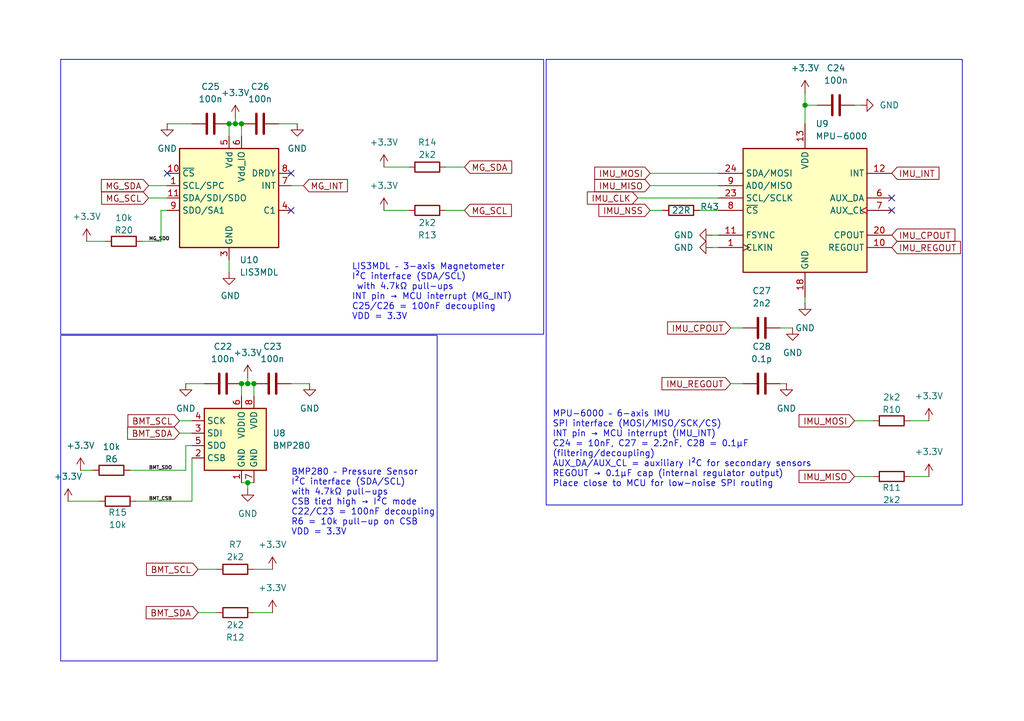
<source format=kicad_sch>
(kicad_sch
	(version 20250114)
	(generator "eeschema")
	(generator_version "9.0")
	(uuid "87591891-0551-45a1-ab2a-2e327cef2816")
	(paper "A5")
	(title_block
		(title "MAVERICK 1.0 Sensors")
		(date "2025-09-05")
		(company "Itamar Dekel")
	)
	(lib_symbols
		(symbol "Device:C"
			(pin_numbers
				(hide yes)
			)
			(pin_names
				(offset 0.254)
			)
			(exclude_from_sim no)
			(in_bom yes)
			(on_board yes)
			(property "Reference" "C"
				(at 0.635 2.54 0)
				(effects
					(font
						(size 1.27 1.27)
					)
					(justify left)
				)
			)
			(property "Value" "C"
				(at 0.635 -2.54 0)
				(effects
					(font
						(size 1.27 1.27)
					)
					(justify left)
				)
			)
			(property "Footprint" ""
				(at 0.9652 -3.81 0)
				(effects
					(font
						(size 1.27 1.27)
					)
					(hide yes)
				)
			)
			(property "Datasheet" "~"
				(at 0 0 0)
				(effects
					(font
						(size 1.27 1.27)
					)
					(hide yes)
				)
			)
			(property "Description" "Unpolarized capacitor"
				(at 0 0 0)
				(effects
					(font
						(size 1.27 1.27)
					)
					(hide yes)
				)
			)
			(property "ki_keywords" "cap capacitor"
				(at 0 0 0)
				(effects
					(font
						(size 1.27 1.27)
					)
					(hide yes)
				)
			)
			(property "ki_fp_filters" "C_*"
				(at 0 0 0)
				(effects
					(font
						(size 1.27 1.27)
					)
					(hide yes)
				)
			)
			(symbol "C_0_1"
				(polyline
					(pts
						(xy -2.032 0.762) (xy 2.032 0.762)
					)
					(stroke
						(width 0.508)
						(type default)
					)
					(fill
						(type none)
					)
				)
				(polyline
					(pts
						(xy -2.032 -0.762) (xy 2.032 -0.762)
					)
					(stroke
						(width 0.508)
						(type default)
					)
					(fill
						(type none)
					)
				)
			)
			(symbol "C_1_1"
				(pin passive line
					(at 0 3.81 270)
					(length 2.794)
					(name "~"
						(effects
							(font
								(size 1.27 1.27)
							)
						)
					)
					(number "1"
						(effects
							(font
								(size 1.27 1.27)
							)
						)
					)
				)
				(pin passive line
					(at 0 -3.81 90)
					(length 2.794)
					(name "~"
						(effects
							(font
								(size 1.27 1.27)
							)
						)
					)
					(number "2"
						(effects
							(font
								(size 1.27 1.27)
							)
						)
					)
				)
			)
			(embedded_fonts no)
		)
		(symbol "Device:R"
			(pin_numbers
				(hide yes)
			)
			(pin_names
				(offset 0)
			)
			(exclude_from_sim no)
			(in_bom yes)
			(on_board yes)
			(property "Reference" "R"
				(at 2.032 0 90)
				(effects
					(font
						(size 1.27 1.27)
					)
				)
			)
			(property "Value" "R"
				(at 0 0 90)
				(effects
					(font
						(size 1.27 1.27)
					)
				)
			)
			(property "Footprint" ""
				(at -1.778 0 90)
				(effects
					(font
						(size 1.27 1.27)
					)
					(hide yes)
				)
			)
			(property "Datasheet" "~"
				(at 0 0 0)
				(effects
					(font
						(size 1.27 1.27)
					)
					(hide yes)
				)
			)
			(property "Description" "Resistor"
				(at 0 0 0)
				(effects
					(font
						(size 1.27 1.27)
					)
					(hide yes)
				)
			)
			(property "ki_keywords" "R res resistor"
				(at 0 0 0)
				(effects
					(font
						(size 1.27 1.27)
					)
					(hide yes)
				)
			)
			(property "ki_fp_filters" "R_*"
				(at 0 0 0)
				(effects
					(font
						(size 1.27 1.27)
					)
					(hide yes)
				)
			)
			(symbol "R_0_1"
				(rectangle
					(start -1.016 -2.54)
					(end 1.016 2.54)
					(stroke
						(width 0.254)
						(type default)
					)
					(fill
						(type none)
					)
				)
			)
			(symbol "R_1_1"
				(pin passive line
					(at 0 3.81 270)
					(length 1.27)
					(name "~"
						(effects
							(font
								(size 1.27 1.27)
							)
						)
					)
					(number "1"
						(effects
							(font
								(size 1.27 1.27)
							)
						)
					)
				)
				(pin passive line
					(at 0 -3.81 90)
					(length 1.27)
					(name "~"
						(effects
							(font
								(size 1.27 1.27)
							)
						)
					)
					(number "2"
						(effects
							(font
								(size 1.27 1.27)
							)
						)
					)
				)
			)
			(embedded_fonts no)
		)
		(symbol "Sensor_Magnetic:LIS3MDL"
			(exclude_from_sim no)
			(in_bom yes)
			(on_board yes)
			(property "Reference" "U"
				(at -8.89 11.43 0)
				(effects
					(font
						(size 1.27 1.27)
					)
				)
			)
			(property "Value" "LIS3MDL"
				(at 7.62 11.43 0)
				(effects
					(font
						(size 1.27 1.27)
					)
				)
			)
			(property "Footprint" "Package_LGA:LGA-12_2x2mm_P0.5mm"
				(at 30.48 -7.62 0)
				(effects
					(font
						(size 1.27 1.27)
					)
					(hide yes)
				)
			)
			(property "Datasheet" "https://www.st.com/resource/en/datasheet/lis3mdl.pdf"
				(at 38.1 -10.16 0)
				(effects
					(font
						(size 1.27 1.27)
					)
					(hide yes)
				)
			)
			(property "Description" "Ultra-low-power, 3-axis digital output magnetometer, LGA-12"
				(at 0 0 0)
				(effects
					(font
						(size 1.27 1.27)
					)
					(hide yes)
				)
			)
			(property "ki_keywords" "digital magnetometer"
				(at 0 0 0)
				(effects
					(font
						(size 1.27 1.27)
					)
					(hide yes)
				)
			)
			(property "ki_fp_filters" "LGA*2x2mm*P0.5mm*"
				(at 0 0 0)
				(effects
					(font
						(size 1.27 1.27)
					)
					(hide yes)
				)
			)
			(symbol "LIS3MDL_0_1"
				(rectangle
					(start -10.16 10.16)
					(end 10.16 -10.16)
					(stroke
						(width 0.254)
						(type default)
					)
					(fill
						(type background)
					)
				)
			)
			(symbol "LIS3MDL_1_1"
				(pin input line
					(at -12.7 5.08 0)
					(length 2.54)
					(name "~{CS}"
						(effects
							(font
								(size 1.27 1.27)
							)
						)
					)
					(number "10"
						(effects
							(font
								(size 1.27 1.27)
							)
						)
					)
				)
				(pin input line
					(at -12.7 2.54 0)
					(length 2.54)
					(name "SCL/SPC"
						(effects
							(font
								(size 1.27 1.27)
							)
						)
					)
					(number "1"
						(effects
							(font
								(size 1.27 1.27)
							)
						)
					)
				)
				(pin bidirectional line
					(at -12.7 0 0)
					(length 2.54)
					(name "SDA/SDI/SDO"
						(effects
							(font
								(size 1.27 1.27)
							)
						)
					)
					(number "11"
						(effects
							(font
								(size 1.27 1.27)
							)
						)
					)
				)
				(pin bidirectional line
					(at -12.7 -2.54 0)
					(length 2.54)
					(name "SDO/SA1"
						(effects
							(font
								(size 1.27 1.27)
							)
						)
					)
					(number "9"
						(effects
							(font
								(size 1.27 1.27)
							)
						)
					)
				)
				(pin power_in line
					(at 0 12.7 270)
					(length 2.54)
					(name "Vdd"
						(effects
							(font
								(size 1.27 1.27)
							)
						)
					)
					(number "5"
						(effects
							(font
								(size 1.27 1.27)
							)
						)
					)
				)
				(pin passive line
					(at 0 -12.7 90)
					(length 2.54)
					(hide yes)
					(name "GND"
						(effects
							(font
								(size 1.27 1.27)
							)
						)
					)
					(number "12"
						(effects
							(font
								(size 1.27 1.27)
							)
						)
					)
				)
				(pin passive line
					(at 0 -12.7 90)
					(length 2.54)
					(hide yes)
					(name "GND"
						(effects
							(font
								(size 1.27 1.27)
							)
						)
					)
					(number "2"
						(effects
							(font
								(size 1.27 1.27)
							)
						)
					)
				)
				(pin power_in line
					(at 0 -12.7 90)
					(length 2.54)
					(name "GND"
						(effects
							(font
								(size 1.27 1.27)
							)
						)
					)
					(number "3"
						(effects
							(font
								(size 1.27 1.27)
							)
						)
					)
				)
				(pin power_in line
					(at 2.54 12.7 270)
					(length 2.54)
					(name "Vdd_IO"
						(effects
							(font
								(size 1.27 1.27)
							)
						)
					)
					(number "6"
						(effects
							(font
								(size 1.27 1.27)
							)
						)
					)
				)
				(pin output line
					(at 12.7 5.08 180)
					(length 2.54)
					(name "DRDY"
						(effects
							(font
								(size 1.27 1.27)
							)
						)
					)
					(number "8"
						(effects
							(font
								(size 1.27 1.27)
							)
						)
					)
				)
				(pin output line
					(at 12.7 2.54 180)
					(length 2.54)
					(name "INT"
						(effects
							(font
								(size 1.27 1.27)
							)
						)
					)
					(number "7"
						(effects
							(font
								(size 1.27 1.27)
							)
						)
					)
				)
				(pin power_out line
					(at 12.7 -2.54 180)
					(length 2.54)
					(name "C1"
						(effects
							(font
								(size 1.27 1.27)
							)
						)
					)
					(number "4"
						(effects
							(font
								(size 1.27 1.27)
							)
						)
					)
				)
			)
			(embedded_fonts no)
		)
		(symbol "Sensor_Motion:MPU-6000"
			(exclude_from_sim no)
			(in_bom yes)
			(on_board yes)
			(property "Reference" "U"
				(at -11.43 13.97 0)
				(effects
					(font
						(size 1.27 1.27)
					)
				)
			)
			(property "Value" "MPU-6000"
				(at 7.62 -13.97 0)
				(effects
					(font
						(size 1.27 1.27)
					)
				)
			)
			(property "Footprint" "Sensor_Motion:InvenSense_QFN-24_4x4mm_P0.5mm"
				(at 0 -20.32 0)
				(effects
					(font
						(size 1.27 1.27)
					)
					(hide yes)
				)
			)
			(property "Datasheet" "https://invensense.tdk.com/wp-content/uploads/2015/02/MPU-6000-Datasheet1.pdf"
				(at 0 -3.81 0)
				(effects
					(font
						(size 1.27 1.27)
					)
					(hide yes)
				)
			)
			(property "Description" "InvenSense 6-Axis Motion Sensor, Gyroscope, Accelerometer, I2C/SPI"
				(at 0 0 0)
				(effects
					(font
						(size 1.27 1.27)
					)
					(hide yes)
				)
			)
			(property "ki_keywords" "mems"
				(at 0 0 0)
				(effects
					(font
						(size 1.27 1.27)
					)
					(hide yes)
				)
			)
			(property "ki_fp_filters" "*QFN?24*4x4mm*P0.5mm*"
				(at 0 0 0)
				(effects
					(font
						(size 1.27 1.27)
					)
					(hide yes)
				)
			)
			(symbol "MPU-6000_0_1"
				(rectangle
					(start -12.7 12.7)
					(end 12.7 -12.7)
					(stroke
						(width 0.254)
						(type default)
					)
					(fill
						(type background)
					)
				)
			)
			(symbol "MPU-6000_1_1"
				(pin bidirectional line
					(at -17.78 7.62 0)
					(length 5.08)
					(name "SDA/MOSI"
						(effects
							(font
								(size 1.27 1.27)
							)
						)
					)
					(number "24"
						(effects
							(font
								(size 1.27 1.27)
							)
						)
					)
				)
				(pin bidirectional line
					(at -17.78 5.08 0)
					(length 5.08)
					(name "AD0/MISO"
						(effects
							(font
								(size 1.27 1.27)
							)
						)
					)
					(number "9"
						(effects
							(font
								(size 1.27 1.27)
							)
						)
					)
				)
				(pin input line
					(at -17.78 2.54 0)
					(length 5.08)
					(name "SCL/SCLK"
						(effects
							(font
								(size 1.27 1.27)
							)
						)
					)
					(number "23"
						(effects
							(font
								(size 1.27 1.27)
							)
						)
					)
				)
				(pin input line
					(at -17.78 0 0)
					(length 5.08)
					(name "~{CS}"
						(effects
							(font
								(size 1.27 1.27)
							)
						)
					)
					(number "8"
						(effects
							(font
								(size 1.27 1.27)
							)
						)
					)
				)
				(pin input line
					(at -17.78 -5.08 0)
					(length 5.08)
					(name "FSYNC"
						(effects
							(font
								(size 1.27 1.27)
							)
						)
					)
					(number "11"
						(effects
							(font
								(size 1.27 1.27)
							)
						)
					)
				)
				(pin input clock
					(at -17.78 -7.62 0)
					(length 5.08)
					(name "CLKIN"
						(effects
							(font
								(size 1.27 1.27)
							)
						)
					)
					(number "1"
						(effects
							(font
								(size 1.27 1.27)
							)
						)
					)
				)
				(pin power_in line
					(at 0 17.78 270)
					(length 5.08)
					(name "VDD"
						(effects
							(font
								(size 1.27 1.27)
							)
						)
					)
					(number "13"
						(effects
							(font
								(size 1.27 1.27)
							)
						)
					)
				)
				(pin power_in line
					(at 0 -17.78 90)
					(length 5.08)
					(name "GND"
						(effects
							(font
								(size 1.27 1.27)
							)
						)
					)
					(number "18"
						(effects
							(font
								(size 1.27 1.27)
							)
						)
					)
				)
				(pin output line
					(at 17.78 7.62 180)
					(length 5.08)
					(name "INT"
						(effects
							(font
								(size 1.27 1.27)
							)
						)
					)
					(number "12"
						(effects
							(font
								(size 1.27 1.27)
							)
						)
					)
				)
				(pin bidirectional line
					(at 17.78 2.54 180)
					(length 5.08)
					(name "AUX_DA"
						(effects
							(font
								(size 1.27 1.27)
							)
						)
					)
					(number "6"
						(effects
							(font
								(size 1.27 1.27)
							)
						)
					)
				)
				(pin output clock
					(at 17.78 0 180)
					(length 5.08)
					(name "AUX_CL"
						(effects
							(font
								(size 1.27 1.27)
							)
						)
					)
					(number "7"
						(effects
							(font
								(size 1.27 1.27)
							)
						)
					)
				)
				(pin passive line
					(at 17.78 -5.08 180)
					(length 5.08)
					(name "CPOUT"
						(effects
							(font
								(size 1.27 1.27)
							)
						)
					)
					(number "20"
						(effects
							(font
								(size 1.27 1.27)
							)
						)
					)
				)
				(pin passive line
					(at 17.78 -7.62 180)
					(length 5.08)
					(name "REGOUT"
						(effects
							(font
								(size 1.27 1.27)
							)
						)
					)
					(number "10"
						(effects
							(font
								(size 1.27 1.27)
							)
						)
					)
				)
			)
			(embedded_fonts no)
		)
		(symbol "Sensor_Pressure:BMP280"
			(exclude_from_sim no)
			(in_bom yes)
			(on_board yes)
			(property "Reference" "U"
				(at -7.62 10.16 0)
				(effects
					(font
						(size 1.27 1.27)
					)
					(justify left top)
				)
			)
			(property "Value" "BMP280"
				(at 5.08 10.16 0)
				(effects
					(font
						(size 1.27 1.27)
					)
					(justify left top)
				)
			)
			(property "Footprint" "Package_LGA:Bosch_LGA-8_2x2.5mm_P0.65mm_ClockwisePinNumbering"
				(at 0 -17.78 0)
				(effects
					(font
						(size 1.27 1.27)
					)
					(hide yes)
				)
			)
			(property "Datasheet" "https://ae-bst.resource.bosch.com/media/_tech/media/datasheets/BST-BMP280-DS001.pdf"
				(at 0 0 0)
				(effects
					(font
						(size 1.27 1.27)
					)
					(hide yes)
				)
			)
			(property "Description" "Absolute Barometric Pressure Sensor, LGA-8"
				(at 0 0 0)
				(effects
					(font
						(size 1.27 1.27)
					)
					(hide yes)
				)
			)
			(property "ki_keywords" "I2C, SPI, pressure, temperature, sensor"
				(at 0 0 0)
				(effects
					(font
						(size 1.27 1.27)
					)
					(hide yes)
				)
			)
			(property "ki_fp_filters" "Bosch*LGA*2x2.5mm*P0.65mm*"
				(at 0 0 0)
				(effects
					(font
						(size 1.27 1.27)
					)
					(hide yes)
				)
			)
			(symbol "BMP280_0_1"
				(rectangle
					(start -7.62 -5.08)
					(end 5.08 7.62)
					(stroke
						(width 0.254)
						(type default)
					)
					(fill
						(type background)
					)
				)
			)
			(symbol "BMP280_1_1"
				(pin input line
					(at -10.16 5.08 0)
					(length 2.54)
					(name "SCK"
						(effects
							(font
								(size 1.27 1.27)
							)
						)
					)
					(number "4"
						(effects
							(font
								(size 1.27 1.27)
							)
						)
					)
				)
				(pin bidirectional line
					(at -10.16 2.54 0)
					(length 2.54)
					(name "SDI"
						(effects
							(font
								(size 1.27 1.27)
							)
						)
					)
					(number "3"
						(effects
							(font
								(size 1.27 1.27)
							)
						)
					)
				)
				(pin bidirectional line
					(at -10.16 0 0)
					(length 2.54)
					(name "SDO"
						(effects
							(font
								(size 1.27 1.27)
							)
						)
					)
					(number "5"
						(effects
							(font
								(size 1.27 1.27)
							)
						)
					)
				)
				(pin input line
					(at -10.16 -2.54 0)
					(length 2.54)
					(name "CSB"
						(effects
							(font
								(size 1.27 1.27)
							)
						)
					)
					(number "2"
						(effects
							(font
								(size 1.27 1.27)
							)
						)
					)
				)
				(pin power_in line
					(at 0 10.16 270)
					(length 2.54)
					(name "VDDIO"
						(effects
							(font
								(size 1.27 1.27)
							)
						)
					)
					(number "6"
						(effects
							(font
								(size 1.27 1.27)
							)
						)
					)
				)
				(pin power_in line
					(at 0 -7.62 90)
					(length 2.54)
					(name "GND"
						(effects
							(font
								(size 1.27 1.27)
							)
						)
					)
					(number "1"
						(effects
							(font
								(size 1.27 1.27)
							)
						)
					)
				)
				(pin power_in line
					(at 2.54 10.16 270)
					(length 2.54)
					(name "VDD"
						(effects
							(font
								(size 1.27 1.27)
							)
						)
					)
					(number "8"
						(effects
							(font
								(size 1.27 1.27)
							)
						)
					)
				)
				(pin power_in line
					(at 2.54 -7.62 90)
					(length 2.54)
					(name "GND"
						(effects
							(font
								(size 1.27 1.27)
							)
						)
					)
					(number "7"
						(effects
							(font
								(size 1.27 1.27)
							)
						)
					)
				)
			)
			(embedded_fonts no)
		)
		(symbol "power:+3.3V"
			(power)
			(pin_numbers
				(hide yes)
			)
			(pin_names
				(offset 0)
				(hide yes)
			)
			(exclude_from_sim no)
			(in_bom yes)
			(on_board yes)
			(property "Reference" "#PWR"
				(at 0 -3.81 0)
				(effects
					(font
						(size 1.27 1.27)
					)
					(hide yes)
				)
			)
			(property "Value" "+3.3V"
				(at 0 3.556 0)
				(effects
					(font
						(size 1.27 1.27)
					)
				)
			)
			(property "Footprint" ""
				(at 0 0 0)
				(effects
					(font
						(size 1.27 1.27)
					)
					(hide yes)
				)
			)
			(property "Datasheet" ""
				(at 0 0 0)
				(effects
					(font
						(size 1.27 1.27)
					)
					(hide yes)
				)
			)
			(property "Description" "Power symbol creates a global label with name \"+3.3V\""
				(at 0 0 0)
				(effects
					(font
						(size 1.27 1.27)
					)
					(hide yes)
				)
			)
			(property "ki_keywords" "global power"
				(at 0 0 0)
				(effects
					(font
						(size 1.27 1.27)
					)
					(hide yes)
				)
			)
			(symbol "+3.3V_0_1"
				(polyline
					(pts
						(xy -0.762 1.27) (xy 0 2.54)
					)
					(stroke
						(width 0)
						(type default)
					)
					(fill
						(type none)
					)
				)
				(polyline
					(pts
						(xy 0 2.54) (xy 0.762 1.27)
					)
					(stroke
						(width 0)
						(type default)
					)
					(fill
						(type none)
					)
				)
				(polyline
					(pts
						(xy 0 0) (xy 0 2.54)
					)
					(stroke
						(width 0)
						(type default)
					)
					(fill
						(type none)
					)
				)
			)
			(symbol "+3.3V_1_1"
				(pin power_in line
					(at 0 0 90)
					(length 0)
					(name "~"
						(effects
							(font
								(size 1.27 1.27)
							)
						)
					)
					(number "1"
						(effects
							(font
								(size 1.27 1.27)
							)
						)
					)
				)
			)
			(embedded_fonts no)
		)
		(symbol "power:GND"
			(power)
			(pin_numbers
				(hide yes)
			)
			(pin_names
				(offset 0)
				(hide yes)
			)
			(exclude_from_sim no)
			(in_bom yes)
			(on_board yes)
			(property "Reference" "#PWR"
				(at 0 -6.35 0)
				(effects
					(font
						(size 1.27 1.27)
					)
					(hide yes)
				)
			)
			(property "Value" "GND"
				(at 0 -3.81 0)
				(effects
					(font
						(size 1.27 1.27)
					)
				)
			)
			(property "Footprint" ""
				(at 0 0 0)
				(effects
					(font
						(size 1.27 1.27)
					)
					(hide yes)
				)
			)
			(property "Datasheet" ""
				(at 0 0 0)
				(effects
					(font
						(size 1.27 1.27)
					)
					(hide yes)
				)
			)
			(property "Description" "Power symbol creates a global label with name \"GND\" , ground"
				(at 0 0 0)
				(effects
					(font
						(size 1.27 1.27)
					)
					(hide yes)
				)
			)
			(property "ki_keywords" "global power"
				(at 0 0 0)
				(effects
					(font
						(size 1.27 1.27)
					)
					(hide yes)
				)
			)
			(symbol "GND_0_1"
				(polyline
					(pts
						(xy 0 0) (xy 0 -1.27) (xy 1.27 -1.27) (xy 0 -2.54) (xy -1.27 -1.27) (xy 0 -1.27)
					)
					(stroke
						(width 0)
						(type default)
					)
					(fill
						(type none)
					)
				)
			)
			(symbol "GND_1_1"
				(pin power_in line
					(at 0 0 270)
					(length 0)
					(name "~"
						(effects
							(font
								(size 1.27 1.27)
							)
						)
					)
					(number "1"
						(effects
							(font
								(size 1.27 1.27)
							)
						)
					)
				)
			)
			(embedded_fonts no)
		)
	)
	(rectangle
		(start 12.446 68.834)
		(end 89.662 135.636)
		(stroke
			(width 0)
			(type default)
		)
		(fill
			(type none)
		)
		(uuid 63ac2852-c26e-4e49-9804-765695e546f5)
	)
	(rectangle
		(start 12.446 12.192)
		(end 111.506 68.58)
		(stroke
			(width 0)
			(type default)
		)
		(fill
			(type none)
		)
		(uuid 79da78fb-a672-4cf2-8302-a724736ef647)
	)
	(rectangle
		(start 112.014 12.192)
		(end 197.358 103.632)
		(stroke
			(width 0)
			(type default)
		)
		(fill
			(type none)
		)
		(uuid dd810524-3fae-4034-a90c-97dbcb2b2f66)
	)
	(text "MPU-6000 – 6-axis IMU\nSPI interface (MOSI/MISO/SCK/CS)\nINT pin → MCU interrupt (IMU_INT)\nC24 = 10nF, C27 = 2.2nF, C28 = 0.1µF \n(filtering/decoupling)\nAUX_DA/AUX_CL = auxiliary I²C for secondary sensors\nREGOUT → 0.1µF cap (internal regulator output)\nPlace close to MCU for low-noise SPI routing\n"
		(exclude_from_sim no)
		(at 113.284 92.202 0)
		(effects
			(font
				(size 1.27 1.27)
			)
			(justify left)
		)
		(uuid "053bf624-8cc4-4476-b11e-ebd845f0098f")
	)
	(text "LIS3MDL – 3-axis Magnetometer\nI²C interface (SDA/SCL)\n with 4.7kΩ pull-ups\nINT pin → MCU interrupt (MG_INT)\nC25/C26 = 100nF decoupling\nVDD = 3.3V"
		(exclude_from_sim no)
		(at 72.136 59.944 0)
		(effects
			(font
				(size 1.27 1.27)
			)
			(justify left)
		)
		(uuid "943200f5-acc1-488d-b882-86ff6ce39587")
	)
	(text "BMP280 – Pressure Sensor\nI²C interface (SDA/SCL) \nwith 4.7kΩ pull-ups\nCSB tied high → I²C mode\nC22/C23 = 100nF decoupling\nR6 = 10k pull-up on CSB\nVDD = 3.3V"
		(exclude_from_sim no)
		(at 59.69 103.124 0)
		(effects
			(font
				(size 1.27 1.27)
			)
			(justify left)
		)
		(uuid "be521458-2ffa-43db-879f-458a0aba1231")
	)
	(junction
		(at 50.8 99.06)
		(diameter 0)
		(color 0 0 0 0)
		(uuid "1d1f0648-25d6-41ee-a871-25aa4096e9bd")
	)
	(junction
		(at 49.53 78.74)
		(diameter 0)
		(color 0 0 0 0)
		(uuid "1e29cf1a-f2fd-4516-9a76-9fae85c53b50")
	)
	(junction
		(at 46.99 25.4)
		(diameter 0)
		(color 0 0 0 0)
		(uuid "22cb08df-9ceb-4f29-a10b-7b84892003c8")
	)
	(junction
		(at 165.1 21.59)
		(diameter 0)
		(color 0 0 0 0)
		(uuid "86d18e0d-272d-4483-bf4e-d395940b850b")
	)
	(junction
		(at 48.26 25.4)
		(diameter 0)
		(color 0 0 0 0)
		(uuid "8da6e6a2-bd40-4cf9-af5a-76c9d36bb1cf")
	)
	(junction
		(at 49.53 25.4)
		(diameter 0)
		(color 0 0 0 0)
		(uuid "92d14dc3-a5a8-4e2a-b52c-0d4190b80c12")
	)
	(junction
		(at 50.8 78.74)
		(diameter 0)
		(color 0 0 0 0)
		(uuid "bf07b6d1-f0c5-4897-9fc9-bb4b5827677b")
	)
	(junction
		(at 52.07 78.74)
		(diameter 0)
		(color 0 0 0 0)
		(uuid "c01a3193-aa5a-4a1e-b5d7-2e57e36e8147")
	)
	(no_connect
		(at 34.29 35.56)
		(uuid "225e99bf-5371-4bd3-9231-49b4984d3f44")
	)
	(no_connect
		(at 182.88 40.64)
		(uuid "8913d37e-841b-4b05-9381-dc5f8638dafb")
	)
	(no_connect
		(at 59.69 43.18)
		(uuid "93afbe80-7ff8-4c7d-98ed-abd5e7a8fcf4")
	)
	(no_connect
		(at 59.69 35.56)
		(uuid "f591c740-7bbd-4725-a5ef-8be13a5d4d9e")
	)
	(no_connect
		(at 182.88 43.18)
		(uuid "faa0a47a-1aee-4b80-883f-88444ca4d2ea")
	)
	(wire
		(pts
			(xy 36.83 88.9) (xy 39.37 88.9)
		)
		(stroke
			(width 0)
			(type default)
		)
		(uuid "00b24095-a962-4bc0-ad83-510ae1504cb0")
	)
	(wire
		(pts
			(xy 39.37 102.87) (xy 27.94 102.87)
		)
		(stroke
			(width 0)
			(type default)
		)
		(uuid "00d8c688-edea-4b32-8913-1f88f44ccab3")
	)
	(wire
		(pts
			(xy 49.53 78.74) (xy 50.8 78.74)
		)
		(stroke
			(width 0)
			(type default)
		)
		(uuid "04da1e86-4f08-4ed0-89f4-e5b64f30e97e")
	)
	(wire
		(pts
			(xy 49.53 78.74) (xy 49.53 81.28)
		)
		(stroke
			(width 0)
			(type default)
		)
		(uuid "0b6ce0f2-834a-482b-a6f9-a0d79622494e")
	)
	(wire
		(pts
			(xy 165.1 60.96) (xy 165.1 62.23)
		)
		(stroke
			(width 0)
			(type default)
		)
		(uuid "100e1acd-728b-40f1-b823-1dbc2c1d6f5b")
	)
	(wire
		(pts
			(xy 175.26 86.36) (xy 179.07 86.36)
		)
		(stroke
			(width 0)
			(type default)
		)
		(uuid "155abc5a-9211-4278-8211-7578579cd871")
	)
	(wire
		(pts
			(xy 33.02 43.18) (xy 34.29 43.18)
		)
		(stroke
			(width 0)
			(type default)
		)
		(uuid "196a4170-2d81-45ef-8224-7adf96415887")
	)
	(wire
		(pts
			(xy 165.1 21.59) (xy 167.64 21.59)
		)
		(stroke
			(width 0)
			(type default)
		)
		(uuid "1c868af6-fde8-4c6d-9899-0f43d3ca09dc")
	)
	(wire
		(pts
			(xy 59.69 78.74) (xy 63.5 78.74)
		)
		(stroke
			(width 0)
			(type default)
		)
		(uuid "22729f68-02bd-47bc-b0ba-5e3ab894114d")
	)
	(wire
		(pts
			(xy 186.69 97.79) (xy 190.5 97.79)
		)
		(stroke
			(width 0)
			(type default)
		)
		(uuid "22d89251-aaf3-4f37-9301-43cd2ece00b3")
	)
	(wire
		(pts
			(xy 30.48 40.64) (xy 34.29 40.64)
		)
		(stroke
			(width 0)
			(type default)
		)
		(uuid "23d5792a-7669-4688-aaaf-4c0be64071cc")
	)
	(wire
		(pts
			(xy 16.51 96.52) (xy 19.05 96.52)
		)
		(stroke
			(width 0)
			(type default)
		)
		(uuid "23f9fef8-7e25-47b7-a2a3-5bd837c64909")
	)
	(wire
		(pts
			(xy 46.99 53.34) (xy 46.99 55.88)
		)
		(stroke
			(width 0)
			(type default)
		)
		(uuid "24fa83df-f8c9-48c8-80dc-199c5c8b65f4")
	)
	(wire
		(pts
			(xy 160.02 67.31) (xy 162.56 67.31)
		)
		(stroke
			(width 0)
			(type default)
		)
		(uuid "2e468027-ca99-4292-9904-8c548ed30aca")
	)
	(wire
		(pts
			(xy 50.8 99.06) (xy 52.07 99.06)
		)
		(stroke
			(width 0)
			(type default)
		)
		(uuid "31430205-2134-42ec-afbd-7ac42b962d26")
	)
	(wire
		(pts
			(xy 133.35 38.1) (xy 147.32 38.1)
		)
		(stroke
			(width 0)
			(type default)
		)
		(uuid "379aec4a-79e7-47cb-b344-23185e189a61")
	)
	(wire
		(pts
			(xy 50.8 78.74) (xy 52.07 78.74)
		)
		(stroke
			(width 0)
			(type default)
		)
		(uuid "37c5dbe1-2f5f-4b05-823e-3471913bae9e")
	)
	(wire
		(pts
			(xy 46.99 25.4) (xy 46.99 27.94)
		)
		(stroke
			(width 0)
			(type default)
		)
		(uuid "3a60ad6d-caf5-422f-a0b4-7cee5d35881d")
	)
	(wire
		(pts
			(xy 49.53 25.4) (xy 49.53 27.94)
		)
		(stroke
			(width 0)
			(type default)
		)
		(uuid "3f7fc9e7-ae4d-46e5-a63a-560b920cb4e5")
	)
	(wire
		(pts
			(xy 175.26 21.59) (xy 176.53 21.59)
		)
		(stroke
			(width 0)
			(type default)
		)
		(uuid "4006c52e-7a5c-4d58-94c2-c2306708cab7")
	)
	(wire
		(pts
			(xy 48.26 25.4) (xy 49.53 25.4)
		)
		(stroke
			(width 0)
			(type default)
		)
		(uuid "46b85c0c-1d28-4892-ad4b-b2ff5983a85f")
	)
	(wire
		(pts
			(xy 29.21 49.53) (xy 33.02 49.53)
		)
		(stroke
			(width 0)
			(type default)
		)
		(uuid "485ccac0-5eef-4e5c-ba28-3ce68db3ff61")
	)
	(wire
		(pts
			(xy 39.37 93.98) (xy 39.37 102.87)
		)
		(stroke
			(width 0)
			(type default)
		)
		(uuid "498becc7-243e-4f5c-b42c-0fab50561de6")
	)
	(wire
		(pts
			(xy 95.25 43.18) (xy 91.44 43.18)
		)
		(stroke
			(width 0)
			(type default)
		)
		(uuid "4e8b85de-6d8b-4b5f-895a-da370c88ae95")
	)
	(wire
		(pts
			(xy 13.97 102.87) (xy 20.32 102.87)
		)
		(stroke
			(width 0)
			(type default)
		)
		(uuid "5395c99b-ad95-4d35-9329-424ff23dc0cc")
	)
	(wire
		(pts
			(xy 83.82 34.29) (xy 78.74 34.29)
		)
		(stroke
			(width 0)
			(type default)
		)
		(uuid "58168fd5-5ed8-42de-b8fb-d6272a9dc415")
	)
	(wire
		(pts
			(xy 149.86 67.31) (xy 152.4 67.31)
		)
		(stroke
			(width 0)
			(type default)
		)
		(uuid "636a2c7d-d274-49f6-9c32-2b5b2516174a")
	)
	(wire
		(pts
			(xy 57.15 25.4) (xy 60.96 25.4)
		)
		(stroke
			(width 0)
			(type default)
		)
		(uuid "6925dcf7-4fb4-49b3-b003-14f3538d28c6")
	)
	(wire
		(pts
			(xy 59.69 38.1) (xy 62.23 38.1)
		)
		(stroke
			(width 0)
			(type default)
		)
		(uuid "6d250e0a-40fd-4a5a-bd4e-ff2654980dac")
	)
	(wire
		(pts
			(xy 133.35 43.18) (xy 135.89 43.18)
		)
		(stroke
			(width 0)
			(type default)
		)
		(uuid "6f8076ec-094c-4865-af15-555683939058")
	)
	(wire
		(pts
			(xy 52.07 125.73) (xy 55.88 125.73)
		)
		(stroke
			(width 0)
			(type default)
		)
		(uuid "7151428e-5210-4cf3-92a4-ec63c4366fc3")
	)
	(wire
		(pts
			(xy 52.07 116.84) (xy 55.88 116.84)
		)
		(stroke
			(width 0)
			(type default)
		)
		(uuid "7184d1db-14f4-4ff0-bb9e-72e505177da1")
	)
	(wire
		(pts
			(xy 40.64 116.84) (xy 44.45 116.84)
		)
		(stroke
			(width 0)
			(type default)
		)
		(uuid "7201159f-3290-433f-bf5f-0e20bfdeadaa")
	)
	(wire
		(pts
			(xy 48.26 25.4) (xy 48.26 24.13)
		)
		(stroke
			(width 0)
			(type default)
		)
		(uuid "77b0770b-7f03-4119-9dd8-57fe1039c990")
	)
	(wire
		(pts
			(xy 165.1 21.59) (xy 165.1 19.05)
		)
		(stroke
			(width 0)
			(type default)
		)
		(uuid "7a1a055e-fc84-4bdb-8fcd-2d8802803729")
	)
	(wire
		(pts
			(xy 50.8 78.74) (xy 50.8 77.47)
		)
		(stroke
			(width 0)
			(type default)
		)
		(uuid "904175b7-30dc-447e-82f9-1d0bb93b97eb")
	)
	(wire
		(pts
			(xy 36.83 86.36) (xy 39.37 86.36)
		)
		(stroke
			(width 0)
			(type default)
		)
		(uuid "929a9062-9204-48fb-8521-fb7765ac5a57")
	)
	(wire
		(pts
			(xy 143.51 43.18) (xy 147.32 43.18)
		)
		(stroke
			(width 0)
			(type default)
		)
		(uuid "9708669a-a01d-4b6e-85ac-70edfecb9423")
	)
	(wire
		(pts
			(xy 46.99 25.4) (xy 48.26 25.4)
		)
		(stroke
			(width 0)
			(type default)
		)
		(uuid "98fb4218-91f2-4504-88c8-020d352d870d")
	)
	(wire
		(pts
			(xy 146.05 48.26) (xy 147.32 48.26)
		)
		(stroke
			(width 0)
			(type default)
		)
		(uuid "9e6a58b3-b03d-45d6-b747-00782ccf6088")
	)
	(wire
		(pts
			(xy 160.02 78.74) (xy 161.29 78.74)
		)
		(stroke
			(width 0)
			(type default)
		)
		(uuid "a8e15d62-5162-482d-9353-63866a1b1bb6")
	)
	(wire
		(pts
			(xy 95.25 34.29) (xy 91.44 34.29)
		)
		(stroke
			(width 0)
			(type default)
		)
		(uuid "aca8b315-4533-4e8f-a148-3334cc724c6f")
	)
	(wire
		(pts
			(xy 83.82 43.18) (xy 78.74 43.18)
		)
		(stroke
			(width 0)
			(type default)
		)
		(uuid "b6d056a7-0190-4054-9fca-4bd1f9744029")
	)
	(wire
		(pts
			(xy 38.1 96.52) (xy 26.67 96.52)
		)
		(stroke
			(width 0)
			(type default)
		)
		(uuid "b8f0c6e6-effd-426a-8071-8131cff7ca26")
	)
	(wire
		(pts
			(xy 52.07 78.74) (xy 52.07 81.28)
		)
		(stroke
			(width 0)
			(type default)
		)
		(uuid "ba68a3cd-77a9-4f09-a779-661a2b6c2524")
	)
	(wire
		(pts
			(xy 30.48 38.1) (xy 34.29 38.1)
		)
		(stroke
			(width 0)
			(type default)
		)
		(uuid "c1169037-038f-4195-8a43-9ec9ee64bf93")
	)
	(wire
		(pts
			(xy 186.69 86.36) (xy 190.5 86.36)
		)
		(stroke
			(width 0)
			(type default)
		)
		(uuid "c63bd453-d2d4-4db3-b787-5eb0136a7928")
	)
	(wire
		(pts
			(xy 38.1 91.44) (xy 38.1 96.52)
		)
		(stroke
			(width 0)
			(type default)
		)
		(uuid "cbea540a-fe37-4141-9b73-36408d3ca384")
	)
	(wire
		(pts
			(xy 17.78 49.53) (xy 21.59 49.53)
		)
		(stroke
			(width 0)
			(type default)
		)
		(uuid "cdaf608c-d52c-4dfd-9667-c162541aedfd")
	)
	(wire
		(pts
			(xy 175.26 97.79) (xy 179.07 97.79)
		)
		(stroke
			(width 0)
			(type default)
		)
		(uuid "d1e4be5c-dc18-4e21-9a8f-641e1232a78d")
	)
	(wire
		(pts
			(xy 33.02 49.53) (xy 33.02 43.18)
		)
		(stroke
			(width 0)
			(type default)
		)
		(uuid "d43823d7-7992-441e-a1d6-3d3998d25ee8")
	)
	(wire
		(pts
			(xy 39.37 91.44) (xy 38.1 91.44)
		)
		(stroke
			(width 0)
			(type default)
		)
		(uuid "d55baa28-8bf3-4ef6-a566-1be6567d97e2")
	)
	(wire
		(pts
			(xy 146.05 50.8) (xy 147.32 50.8)
		)
		(stroke
			(width 0)
			(type default)
		)
		(uuid "dc2b5c1c-e6ef-4a6d-a78a-1197bd42cb50")
	)
	(wire
		(pts
			(xy 50.8 99.06) (xy 50.8 100.33)
		)
		(stroke
			(width 0)
			(type default)
		)
		(uuid "e17cd7ac-c320-4cca-8d79-16bf9dd37dbe")
	)
	(wire
		(pts
			(xy 40.64 125.73) (xy 44.45 125.73)
		)
		(stroke
			(width 0)
			(type default)
		)
		(uuid "e3ecf718-11b6-41d4-aebd-3959d30b1b58")
	)
	(wire
		(pts
			(xy 34.29 25.4) (xy 39.37 25.4)
		)
		(stroke
			(width 0)
			(type default)
		)
		(uuid "e5cff075-c4e9-4708-a93d-f0145688017a")
	)
	(wire
		(pts
			(xy 149.86 78.74) (xy 152.4 78.74)
		)
		(stroke
			(width 0)
			(type default)
		)
		(uuid "e8bf4b7d-a96d-4dbb-b5ee-2cc5e2488952")
	)
	(wire
		(pts
			(xy 165.1 25.4) (xy 165.1 21.59)
		)
		(stroke
			(width 0)
			(type default)
		)
		(uuid "ea87244a-af30-447f-8377-2a29d16c52af")
	)
	(wire
		(pts
			(xy 133.35 35.56) (xy 147.32 35.56)
		)
		(stroke
			(width 0)
			(type default)
		)
		(uuid "ea8bed33-1441-400a-bd84-d482aab88632")
	)
	(wire
		(pts
			(xy 38.1 78.74) (xy 41.91 78.74)
		)
		(stroke
			(width 0)
			(type default)
		)
		(uuid "f3e9a421-8660-4667-811d-bb9eac3969dd")
	)
	(wire
		(pts
			(xy 130.81 40.64) (xy 147.32 40.64)
		)
		(stroke
			(width 0)
			(type default)
		)
		(uuid "f7d447be-c777-4bad-8e74-4d9a7d559623")
	)
	(wire
		(pts
			(xy 49.53 99.06) (xy 50.8 99.06)
		)
		(stroke
			(width 0)
			(type default)
		)
		(uuid "faca6790-52b0-4970-83ce-9f83b1d856ae")
	)
	(label "BMT_SDO"
		(at 30.48 96.52 0)
		(effects
			(font
				(size 0.7 0.7)
			)
			(justify left bottom)
		)
		(uuid "6ddb335e-b6db-487b-9abf-faa74d6e90e8")
	)
	(label "MG_SDO"
		(at 30.48 49.53 0)
		(effects
			(font
				(size 0.7 0.7)
			)
			(justify left bottom)
		)
		(uuid "832c54c2-047a-4ff0-902f-33646840c07f")
	)
	(label "BMT_CSB"
		(at 30.48 102.87 0)
		(effects
			(font
				(size 0.7 0.7)
			)
			(justify left bottom)
		)
		(uuid "97c66ad1-6a4d-43ad-8990-84fef9707dbf")
	)
	(global_label "BMT_SDA"
		(shape input)
		(at 36.83 88.9 180)
		(fields_autoplaced yes)
		(effects
			(font
				(size 1.27 1.27)
			)
			(justify right)
		)
		(uuid "08920afc-654e-4bfe-87fc-0a2d09e59627")
		(property "Intersheetrefs" "${INTERSHEET_REFS}"
			(at 25.6201 88.9 0)
			(effects
				(font
					(size 1.27 1.27)
				)
				(justify right)
				(hide yes)
			)
		)
	)
	(global_label "IMU_CPOUT"
		(shape input)
		(at 182.88 48.26 0)
		(fields_autoplaced yes)
		(effects
			(font
				(size 1.27 1.27)
			)
			(justify left)
		)
		(uuid "1847b957-12c2-46de-bacc-c974475c2071")
		(property "Intersheetrefs" "${INTERSHEET_REFS}"
			(at 196.3881 48.26 0)
			(effects
				(font
					(size 1.27 1.27)
				)
				(justify left)
				(hide yes)
			)
		)
	)
	(global_label "IMU_REGOUT"
		(shape input)
		(at 149.86 78.74 180)
		(fields_autoplaced yes)
		(effects
			(font
				(size 1.27 1.27)
			)
			(justify right)
		)
		(uuid "19bc174d-fe0d-4477-a841-3d19e3b60248")
		(property "Intersheetrefs" "${INTERSHEET_REFS}"
			(at 135.2029 78.74 0)
			(effects
				(font
					(size 1.27 1.27)
				)
				(justify right)
				(hide yes)
			)
		)
	)
	(global_label "IMU_INT"
		(shape input)
		(at 182.88 35.56 0)
		(fields_autoplaced yes)
		(effects
			(font
				(size 1.27 1.27)
			)
			(justify left)
		)
		(uuid "271531be-cdf0-4ef7-bc4c-c32063c9b800")
		(property "Intersheetrefs" "${INTERSHEET_REFS}"
			(at 193.1224 35.56 0)
			(effects
				(font
					(size 1.27 1.27)
				)
				(justify left)
				(hide yes)
			)
		)
	)
	(global_label "MG_INT"
		(shape input)
		(at 62.23 38.1 0)
		(fields_autoplaced yes)
		(effects
			(font
				(size 1.27 1.27)
			)
			(justify left)
		)
		(uuid "33ad15d4-d48f-4586-bf0c-e2cff7fb15e3")
		(property "Intersheetrefs" "${INTERSHEET_REFS}"
			(at 71.8071 38.1 0)
			(effects
				(font
					(size 1.27 1.27)
				)
				(justify left)
				(hide yes)
			)
		)
	)
	(global_label "BMT_SCL"
		(shape input)
		(at 36.83 86.36 180)
		(fields_autoplaced yes)
		(effects
			(font
				(size 1.27 1.27)
			)
			(justify right)
		)
		(uuid "55f00047-3393-44dc-9faa-5367f090ecd4")
		(property "Intersheetrefs" "${INTERSHEET_REFS}"
			(at 25.6806 86.36 0)
			(effects
				(font
					(size 1.27 1.27)
				)
				(justify right)
				(hide yes)
			)
		)
	)
	(global_label "IMU_REGOUT"
		(shape input)
		(at 182.88 50.8 0)
		(fields_autoplaced yes)
		(effects
			(font
				(size 1.27 1.27)
			)
			(justify left)
		)
		(uuid "622ed60a-d6cf-448d-8dcd-abaee28f4c29")
		(property "Intersheetrefs" "${INTERSHEET_REFS}"
			(at 197.5371 50.8 0)
			(effects
				(font
					(size 1.27 1.27)
				)
				(justify left)
				(hide yes)
			)
		)
	)
	(global_label "BMT_SCL"
		(shape input)
		(at 40.64 116.84 180)
		(fields_autoplaced yes)
		(effects
			(font
				(size 1.27 1.27)
			)
			(justify right)
		)
		(uuid "6be5b783-8798-4049-8bda-f8e2e146ef08")
		(property "Intersheetrefs" "${INTERSHEET_REFS}"
			(at 29.4906 116.84 0)
			(effects
				(font
					(size 1.27 1.27)
				)
				(justify right)
				(hide yes)
			)
		)
	)
	(global_label "IMU_MISO"
		(shape input)
		(at 133.35 38.1 180)
		(fields_autoplaced yes)
		(effects
			(font
				(size 1.27 1.27)
			)
			(justify right)
		)
		(uuid "7edbb502-8386-43d5-b260-7b9720c59561")
		(property "Intersheetrefs" "${INTERSHEET_REFS}"
			(at 121.4143 38.1 0)
			(effects
				(font
					(size 1.27 1.27)
				)
				(justify right)
				(hide yes)
			)
		)
	)
	(global_label "MG_SDA"
		(shape input)
		(at 95.25 34.29 0)
		(fields_autoplaced yes)
		(effects
			(font
				(size 1.27 1.27)
			)
			(justify left)
		)
		(uuid "8058e43d-de98-4ea1-81b9-92ab8b273ecf")
		(property "Intersheetrefs" "${INTERSHEET_REFS}"
			(at 105.4923 34.29 0)
			(effects
				(font
					(size 1.27 1.27)
				)
				(justify left)
				(hide yes)
			)
		)
	)
	(global_label "BMT_SDA"
		(shape input)
		(at 40.64 125.73 180)
		(fields_autoplaced yes)
		(effects
			(font
				(size 1.27 1.27)
			)
			(justify right)
		)
		(uuid "8f295af0-ea53-4d99-88a8-d19a5cde0fe3")
		(property "Intersheetrefs" "${INTERSHEET_REFS}"
			(at 29.4301 125.73 0)
			(effects
				(font
					(size 1.27 1.27)
				)
				(justify right)
				(hide yes)
			)
		)
	)
	(global_label "MG_SCL"
		(shape input)
		(at 30.48 40.64 180)
		(fields_autoplaced yes)
		(effects
			(font
				(size 1.27 1.27)
			)
			(justify right)
		)
		(uuid "b47bf2f3-dc72-4b66-b084-b6b2e98ee07a")
		(property "Intersheetrefs" "${INTERSHEET_REFS}"
			(at 20.2982 40.64 0)
			(effects
				(font
					(size 1.27 1.27)
				)
				(justify right)
				(hide yes)
			)
		)
	)
	(global_label "MG_SDA"
		(shape input)
		(at 30.48 38.1 180)
		(fields_autoplaced yes)
		(effects
			(font
				(size 1.27 1.27)
			)
			(justify right)
		)
		(uuid "cad69989-d7be-42f2-9fe2-c354c959ec8c")
		(property "Intersheetrefs" "${INTERSHEET_REFS}"
			(at 20.2377 38.1 0)
			(effects
				(font
					(size 1.27 1.27)
				)
				(justify right)
				(hide yes)
			)
		)
	)
	(global_label "IMU_CLK"
		(shape input)
		(at 130.81 40.64 180)
		(fields_autoplaced yes)
		(effects
			(font
				(size 1.27 1.27)
			)
			(justify right)
		)
		(uuid "d1c10631-7a75-4103-9928-2ccd1654eb89")
		(property "Intersheetrefs" "${INTERSHEET_REFS}"
			(at 119.9024 40.64 0)
			(effects
				(font
					(size 1.27 1.27)
				)
				(justify right)
				(hide yes)
			)
		)
	)
	(global_label "IMU_MOSI"
		(shape input)
		(at 175.26 86.36 180)
		(fields_autoplaced yes)
		(effects
			(font
				(size 1.27 1.27)
			)
			(justify right)
		)
		(uuid "d48fde39-0c0a-4414-ba17-196f183c09c8")
		(property "Intersheetrefs" "${INTERSHEET_REFS}"
			(at 163.3243 86.36 0)
			(effects
				(font
					(size 1.27 1.27)
				)
				(justify right)
				(hide yes)
			)
		)
	)
	(global_label "IMU_MOSI"
		(shape input)
		(at 133.35 35.56 180)
		(fields_autoplaced yes)
		(effects
			(font
				(size 1.27 1.27)
			)
			(justify right)
		)
		(uuid "de4679b9-ee56-48b1-b9d1-4c4103492bb3")
		(property "Intersheetrefs" "${INTERSHEET_REFS}"
			(at 121.4143 35.56 0)
			(effects
				(font
					(size 1.27 1.27)
				)
				(justify right)
				(hide yes)
			)
		)
	)
	(global_label "MG_SCL"
		(shape input)
		(at 95.25 43.18 0)
		(fields_autoplaced yes)
		(effects
			(font
				(size 1.27 1.27)
			)
			(justify left)
		)
		(uuid "e7de333c-4ee2-4989-b00e-59c66f3b7ec1")
		(property "Intersheetrefs" "${INTERSHEET_REFS}"
			(at 105.4318 43.18 0)
			(effects
				(font
					(size 1.27 1.27)
				)
				(justify left)
				(hide yes)
			)
		)
	)
	(global_label "IMU_CPOUT"
		(shape input)
		(at 149.86 67.31 180)
		(fields_autoplaced yes)
		(effects
			(font
				(size 1.27 1.27)
			)
			(justify right)
		)
		(uuid "f61948f8-d7f5-446f-8407-97b8ec5e5273")
		(property "Intersheetrefs" "${INTERSHEET_REFS}"
			(at 136.3519 67.31 0)
			(effects
				(font
					(size 1.27 1.27)
				)
				(justify right)
				(hide yes)
			)
		)
	)
	(global_label "IMU_NSS"
		(shape input)
		(at 133.35 43.18 180)
		(fields_autoplaced yes)
		(effects
			(font
				(size 1.27 1.27)
			)
			(justify right)
		)
		(uuid "f9df0038-2cb0-4cde-a431-4575b43721c1")
		(property "Intersheetrefs" "${INTERSHEET_REFS}"
			(at 122.261 43.18 0)
			(effects
				(font
					(size 1.27 1.27)
				)
				(justify right)
				(hide yes)
			)
		)
	)
	(global_label "IMU_MISO"
		(shape input)
		(at 175.26 97.79 180)
		(fields_autoplaced yes)
		(effects
			(font
				(size 1.27 1.27)
			)
			(justify right)
		)
		(uuid "f9f92cd8-144f-497a-a3ba-c346315a658c")
		(property "Intersheetrefs" "${INTERSHEET_REFS}"
			(at 163.3243 97.79 0)
			(effects
				(font
					(size 1.27 1.27)
				)
				(justify right)
				(hide yes)
			)
		)
	)
	(symbol
		(lib_id "Device:C")
		(at 43.18 25.4 270)
		(unit 1)
		(exclude_from_sim no)
		(in_bom yes)
		(on_board yes)
		(dnp no)
		(fields_autoplaced yes)
		(uuid "04633bb4-1d8f-4bbf-b324-57e90bd83bf1")
		(property "Reference" "C25"
			(at 43.18 17.78 90)
			(effects
				(font
					(size 1.27 1.27)
				)
			)
		)
		(property "Value" "100n"
			(at 43.18 20.32 90)
			(effects
				(font
					(size 1.27 1.27)
				)
			)
		)
		(property "Footprint" "Capacitor_SMD:C_0402_1005Metric"
			(at 39.37 26.3652 0)
			(effects
				(font
					(size 1.27 1.27)
				)
				(hide yes)
			)
		)
		(property "Datasheet" "~"
			(at 43.18 25.4 0)
			(effects
				(font
					(size 1.27 1.27)
				)
				(hide yes)
			)
		)
		(property "Description" "Unpolarized capacitor"
			(at 43.18 25.4 0)
			(effects
				(font
					(size 1.27 1.27)
				)
				(hide yes)
			)
		)
		(pin "1"
			(uuid "82100f2b-65fd-49d5-9960-03b0b8e4f249")
		)
		(pin "2"
			(uuid "227c5156-382d-4fc1-bae3-5518dd7adf5d")
		)
		(instances
			(project "CustomFC"
				(path "/ce61db7f-2c67-4785-93a7-1334536670f0/565e8016-a72e-4204-bfe6-e6c03009d539"
					(reference "C25")
					(unit 1)
				)
			)
		)
	)
	(symbol
		(lib_id "Sensor_Magnetic:LIS3MDL")
		(at 46.99 40.64 0)
		(unit 1)
		(exclude_from_sim no)
		(in_bom yes)
		(on_board yes)
		(dnp no)
		(fields_autoplaced yes)
		(uuid "0578a78e-4bd1-49ba-a4d5-6ccd5345266c")
		(property "Reference" "U10"
			(at 49.1333 53.34 0)
			(effects
				(font
					(size 1.27 1.27)
				)
				(justify left)
			)
		)
		(property "Value" "LIS3MDL"
			(at 49.1333 55.88 0)
			(effects
				(font
					(size 1.27 1.27)
				)
				(justify left)
			)
		)
		(property "Footprint" "Package_LGA:LGA-12_2x2mm_P0.5mm"
			(at 77.47 48.26 0)
			(effects
				(font
					(size 1.27 1.27)
				)
				(hide yes)
			)
		)
		(property "Datasheet" "https://www.st.com/resource/en/datasheet/lis3mdl.pdf"
			(at 85.09 50.8 0)
			(effects
				(font
					(size 1.27 1.27)
				)
				(hide yes)
			)
		)
		(property "Description" "Ultra-low-power, 3-axis digital output magnetometer, LGA-12"
			(at 46.99 40.64 0)
			(effects
				(font
					(size 1.27 1.27)
				)
				(hide yes)
			)
		)
		(pin "5"
			(uuid "8bab6f00-67b1-44ad-80a1-77cc3970f50e")
		)
		(pin "2"
			(uuid "fbe43994-3d43-4d7b-a66c-01324144c35d")
		)
		(pin "6"
			(uuid "7dc47269-84e3-4c43-a2b9-ea1640bfe8c8")
		)
		(pin "7"
			(uuid "34eb2849-c9be-47d1-9af4-8d866c02297a")
		)
		(pin "4"
			(uuid "36f510a1-7022-4b1f-ac1a-ed6964eabe7d")
		)
		(pin "11"
			(uuid "bde4da2b-328f-4101-aac5-3b24c7c974aa")
		)
		(pin "9"
			(uuid "c7549b76-e3fe-46af-9720-0ced25a518b0")
		)
		(pin "10"
			(uuid "8b027582-5838-4e7a-98b2-e72c6e0ba802")
		)
		(pin "1"
			(uuid "c78df2a1-f1dd-43c4-b724-851012091218")
		)
		(pin "12"
			(uuid "e00572e4-c325-4bc1-8eb3-318d9bfe6ca3")
		)
		(pin "3"
			(uuid "ef526ce3-1c7f-4978-9870-cd7c86878650")
		)
		(pin "8"
			(uuid "a8ff5e92-bab4-4b1b-8f10-4e018efa1cca")
		)
		(instances
			(project "CustomFC"
				(path "/ce61db7f-2c67-4785-93a7-1334536670f0/565e8016-a72e-4204-bfe6-e6c03009d539"
					(reference "U10")
					(unit 1)
				)
			)
		)
	)
	(symbol
		(lib_id "power:GND")
		(at 176.53 21.59 90)
		(unit 1)
		(exclude_from_sim no)
		(in_bom yes)
		(on_board yes)
		(dnp no)
		(fields_autoplaced yes)
		(uuid "172cd7f5-1a34-4549-8b2f-ea8f7a820a94")
		(property "Reference" "#PWR048"
			(at 182.88 21.59 0)
			(effects
				(font
					(size 1.27 1.27)
				)
				(hide yes)
			)
		)
		(property "Value" "GND"
			(at 180.34 21.5899 90)
			(effects
				(font
					(size 1.27 1.27)
				)
				(justify right)
			)
		)
		(property "Footprint" ""
			(at 176.53 21.59 0)
			(effects
				(font
					(size 1.27 1.27)
				)
				(hide yes)
			)
		)
		(property "Datasheet" ""
			(at 176.53 21.59 0)
			(effects
				(font
					(size 1.27 1.27)
				)
				(hide yes)
			)
		)
		(property "Description" "Power symbol creates a global label with name \"GND\" , ground"
			(at 176.53 21.59 0)
			(effects
				(font
					(size 1.27 1.27)
				)
				(hide yes)
			)
		)
		(pin "1"
			(uuid "fe323547-f7ad-42ed-8c6f-61ba3f382799")
		)
		(instances
			(project "CustomFC"
				(path "/ce61db7f-2c67-4785-93a7-1334536670f0/565e8016-a72e-4204-bfe6-e6c03009d539"
					(reference "#PWR048")
					(unit 1)
				)
			)
		)
	)
	(symbol
		(lib_id "Device:C")
		(at 156.21 78.74 270)
		(unit 1)
		(exclude_from_sim no)
		(in_bom yes)
		(on_board yes)
		(dnp no)
		(fields_autoplaced yes)
		(uuid "2063a1a9-bf73-41c2-8eed-176a9d414ec2")
		(property "Reference" "C28"
			(at 156.21 71.12 90)
			(effects
				(font
					(size 1.27 1.27)
				)
			)
		)
		(property "Value" "0.1p"
			(at 156.21 73.66 90)
			(effects
				(font
					(size 1.27 1.27)
				)
			)
		)
		(property "Footprint" "Capacitor_SMD:C_0402_1005Metric"
			(at 152.4 79.7052 0)
			(effects
				(font
					(size 1.27 1.27)
				)
				(hide yes)
			)
		)
		(property "Datasheet" "~"
			(at 156.21 78.74 0)
			(effects
				(font
					(size 1.27 1.27)
				)
				(hide yes)
			)
		)
		(property "Description" "Unpolarized capacitor"
			(at 156.21 78.74 0)
			(effects
				(font
					(size 1.27 1.27)
				)
				(hide yes)
			)
		)
		(pin "1"
			(uuid "072b7678-c398-42c4-8128-16e05ef6550e")
		)
		(pin "2"
			(uuid "74f6700b-5147-47fb-9126-9c98007f00fc")
		)
		(instances
			(project "CustomFC"
				(path "/ce61db7f-2c67-4785-93a7-1334536670f0/565e8016-a72e-4204-bfe6-e6c03009d539"
					(reference "C28")
					(unit 1)
				)
			)
		)
	)
	(symbol
		(lib_id "power:+3.3V")
		(at 165.1 19.05 0)
		(unit 1)
		(exclude_from_sim no)
		(in_bom yes)
		(on_board yes)
		(dnp no)
		(fields_autoplaced yes)
		(uuid "21435006-a1d6-4b20-9498-5f5c4a71b723")
		(property "Reference" "#PWR045"
			(at 165.1 22.86 0)
			(effects
				(font
					(size 1.27 1.27)
				)
				(hide yes)
			)
		)
		(property "Value" "+3.3V"
			(at 165.1 13.97 0)
			(effects
				(font
					(size 1.27 1.27)
				)
			)
		)
		(property "Footprint" ""
			(at 165.1 19.05 0)
			(effects
				(font
					(size 1.27 1.27)
				)
				(hide yes)
			)
		)
		(property "Datasheet" ""
			(at 165.1 19.05 0)
			(effects
				(font
					(size 1.27 1.27)
				)
				(hide yes)
			)
		)
		(property "Description" "Power symbol creates a global label with name \"+3.3V\""
			(at 165.1 19.05 0)
			(effects
				(font
					(size 1.27 1.27)
				)
				(hide yes)
			)
		)
		(pin "1"
			(uuid "830b4d70-687f-4bca-bb7c-040d70627941")
		)
		(instances
			(project "CustomFC"
				(path "/ce61db7f-2c67-4785-93a7-1334536670f0/565e8016-a72e-4204-bfe6-e6c03009d539"
					(reference "#PWR045")
					(unit 1)
				)
			)
		)
	)
	(symbol
		(lib_id "Device:C")
		(at 45.72 78.74 270)
		(unit 1)
		(exclude_from_sim no)
		(in_bom yes)
		(on_board yes)
		(dnp no)
		(fields_autoplaced yes)
		(uuid "221164a1-af2d-4503-8d74-9a338957e91e")
		(property "Reference" "C22"
			(at 45.72 71.12 90)
			(effects
				(font
					(size 1.27 1.27)
				)
			)
		)
		(property "Value" "100n"
			(at 45.72 73.66 90)
			(effects
				(font
					(size 1.27 1.27)
				)
			)
		)
		(property "Footprint" "Capacitor_SMD:C_0402_1005Metric"
			(at 41.91 79.7052 0)
			(effects
				(font
					(size 1.27 1.27)
				)
				(hide yes)
			)
		)
		(property "Datasheet" "~"
			(at 45.72 78.74 0)
			(effects
				(font
					(size 1.27 1.27)
				)
				(hide yes)
			)
		)
		(property "Description" "Unpolarized capacitor"
			(at 45.72 78.74 0)
			(effects
				(font
					(size 1.27 1.27)
				)
				(hide yes)
			)
		)
		(pin "1"
			(uuid "496ac82f-5792-437e-a017-da12f868d26d")
		)
		(pin "2"
			(uuid "07d6b4cd-cca1-4923-b57f-d1dcf9623624")
		)
		(instances
			(project "CustomFC"
				(path "/ce61db7f-2c67-4785-93a7-1334536670f0/565e8016-a72e-4204-bfe6-e6c03009d539"
					(reference "C22")
					(unit 1)
				)
			)
		)
	)
	(symbol
		(lib_id "Sensor_Pressure:BMP280")
		(at 49.53 91.44 0)
		(unit 1)
		(exclude_from_sim no)
		(in_bom yes)
		(on_board yes)
		(dnp no)
		(fields_autoplaced yes)
		(uuid "2f8a7c96-719c-4fb0-bfb5-5a2a3c646562")
		(property "Reference" "U8"
			(at 55.88 88.8999 0)
			(effects
				(font
					(size 1.27 1.27)
				)
				(justify left)
			)
		)
		(property "Value" "BMP280"
			(at 55.88 91.4399 0)
			(effects
				(font
					(size 1.27 1.27)
				)
				(justify left)
			)
		)
		(property "Footprint" "Package_LGA:Bosch_LGA-8_2x2.5mm_P0.65mm_ClockwisePinNumbering"
			(at 49.53 109.22 0)
			(effects
				(font
					(size 1.27 1.27)
				)
				(hide yes)
			)
		)
		(property "Datasheet" "https://ae-bst.resource.bosch.com/media/_tech/media/datasheets/BST-BMP280-DS001.pdf"
			(at 49.53 91.44 0)
			(effects
				(font
					(size 1.27 1.27)
				)
				(hide yes)
			)
		)
		(property "Description" "Absolute Barometric Pressure Sensor, LGA-8"
			(at 49.53 91.44 0)
			(effects
				(font
					(size 1.27 1.27)
				)
				(hide yes)
			)
		)
		(pin "6"
			(uuid "3dcafd09-f070-40f0-bab9-e1f8b8504c02")
		)
		(pin "5"
			(uuid "fa57ec51-afae-40a9-a0d8-7b96b3bb75c5")
		)
		(pin "8"
			(uuid "0486f70e-3d45-404d-b8ea-ce8b23a4e1cd")
		)
		(pin "7"
			(uuid "6414c2fb-5380-4b1c-9e91-545d51750f7e")
		)
		(pin "4"
			(uuid "bd64a100-6699-4d38-be97-80dd2848dd2e")
		)
		(pin "3"
			(uuid "67a9d162-3488-4e93-b7c0-1c2a28a3265c")
		)
		(pin "1"
			(uuid "05877ec0-1a69-4e5d-b782-c4866f6950a1")
		)
		(pin "2"
			(uuid "7ac2ea84-b7a2-40c0-bedb-220d60926767")
		)
		(instances
			(project "CustomFC"
				(path "/ce61db7f-2c67-4785-93a7-1334536670f0/565e8016-a72e-4204-bfe6-e6c03009d539"
					(reference "U8")
					(unit 1)
				)
			)
		)
	)
	(symbol
		(lib_id "Device:C")
		(at 171.45 21.59 270)
		(unit 1)
		(exclude_from_sim no)
		(in_bom yes)
		(on_board yes)
		(dnp no)
		(fields_autoplaced yes)
		(uuid "3dac0ab0-1bdb-4f2a-9932-e7be252e9016")
		(property "Reference" "C24"
			(at 171.45 13.97 90)
			(effects
				(font
					(size 1.27 1.27)
				)
			)
		)
		(property "Value" "100n"
			(at 171.45 16.51 90)
			(effects
				(font
					(size 1.27 1.27)
				)
			)
		)
		(property "Footprint" "Capacitor_SMD:C_0402_1005Metric"
			(at 167.64 22.5552 0)
			(effects
				(font
					(size 1.27 1.27)
				)
				(hide yes)
			)
		)
		(property "Datasheet" "~"
			(at 171.45 21.59 0)
			(effects
				(font
					(size 1.27 1.27)
				)
				(hide yes)
			)
		)
		(property "Description" "Unpolarized capacitor"
			(at 171.45 21.59 0)
			(effects
				(font
					(size 1.27 1.27)
				)
				(hide yes)
			)
		)
		(pin "1"
			(uuid "b0073ec3-7b3e-49ae-9cc9-f8a25e7212a0")
		)
		(pin "2"
			(uuid "e6676928-b2c0-4670-8b9a-71953f092cc8")
		)
		(instances
			(project "CustomFC"
				(path "/ce61db7f-2c67-4785-93a7-1334536670f0/565e8016-a72e-4204-bfe6-e6c03009d539"
					(reference "C24")
					(unit 1)
				)
			)
		)
	)
	(symbol
		(lib_id "power:+3.3V")
		(at 16.51 96.52 0)
		(unit 1)
		(exclude_from_sim no)
		(in_bom yes)
		(on_board yes)
		(dnp no)
		(uuid "416f7d11-1b7a-4372-ab0f-fa57f0a7b191")
		(property "Reference" "#PWR049"
			(at 16.51 100.33 0)
			(effects
				(font
					(size 1.27 1.27)
				)
				(hide yes)
			)
		)
		(property "Value" "+3.3V"
			(at 16.51 91.44 0)
			(effects
				(font
					(size 1.27 1.27)
				)
			)
		)
		(property "Footprint" ""
			(at 16.51 96.52 0)
			(effects
				(font
					(size 1.27 1.27)
				)
				(hide yes)
			)
		)
		(property "Datasheet" ""
			(at 16.51 96.52 0)
			(effects
				(font
					(size 1.27 1.27)
				)
				(hide yes)
			)
		)
		(property "Description" "Power symbol creates a global label with name \"+3.3V\""
			(at 16.51 96.52 0)
			(effects
				(font
					(size 1.27 1.27)
				)
				(hide yes)
			)
		)
		(pin "1"
			(uuid "50319666-582e-4714-b910-38d7f50cfda6")
		)
		(instances
			(project "CustomFC"
				(path "/ce61db7f-2c67-4785-93a7-1334536670f0/565e8016-a72e-4204-bfe6-e6c03009d539"
					(reference "#PWR049")
					(unit 1)
				)
			)
		)
	)
	(symbol
		(lib_id "power:GND")
		(at 46.99 55.88 0)
		(unit 1)
		(exclude_from_sim no)
		(in_bom yes)
		(on_board yes)
		(dnp no)
		(uuid "41f88adb-8526-4735-adbd-3fcb61da349a")
		(property "Reference" "#PWR051"
			(at 46.99 62.23 0)
			(effects
				(font
					(size 1.27 1.27)
				)
				(hide yes)
			)
		)
		(property "Value" "GND"
			(at 47.244 60.706 0)
			(effects
				(font
					(size 1.27 1.27)
				)
			)
		)
		(property "Footprint" ""
			(at 46.99 55.88 0)
			(effects
				(font
					(size 1.27 1.27)
				)
				(hide yes)
			)
		)
		(property "Datasheet" ""
			(at 46.99 55.88 0)
			(effects
				(font
					(size 1.27 1.27)
				)
				(hide yes)
			)
		)
		(property "Description" "Power symbol creates a global label with name \"GND\" , ground"
			(at 46.99 55.88 0)
			(effects
				(font
					(size 1.27 1.27)
				)
				(hide yes)
			)
		)
		(pin "1"
			(uuid "2d63850a-fbfe-4638-8974-a81686fec0c9")
		)
		(instances
			(project "CustomFC"
				(path "/ce61db7f-2c67-4785-93a7-1334536670f0/565e8016-a72e-4204-bfe6-e6c03009d539"
					(reference "#PWR051")
					(unit 1)
				)
			)
		)
	)
	(symbol
		(lib_id "power:+3.3V")
		(at 190.5 86.36 0)
		(unit 1)
		(exclude_from_sim no)
		(in_bom yes)
		(on_board yes)
		(dnp no)
		(uuid "44c915b2-31e4-401b-b9c8-b8bf32794113")
		(property "Reference" "#PWR056"
			(at 190.5 90.17 0)
			(effects
				(font
					(size 1.27 1.27)
				)
				(hide yes)
			)
		)
		(property "Value" "+3.3V"
			(at 190.5 81.28 0)
			(effects
				(font
					(size 1.27 1.27)
				)
			)
		)
		(property "Footprint" ""
			(at 190.5 86.36 0)
			(effects
				(font
					(size 1.27 1.27)
				)
				(hide yes)
			)
		)
		(property "Datasheet" ""
			(at 190.5 86.36 0)
			(effects
				(font
					(size 1.27 1.27)
				)
				(hide yes)
			)
		)
		(property "Description" "Power symbol creates a global label with name \"+3.3V\""
			(at 190.5 86.36 0)
			(effects
				(font
					(size 1.27 1.27)
				)
				(hide yes)
			)
		)
		(pin "1"
			(uuid "399af0c9-2031-4ad6-9789-39e7b4210d68")
		)
		(instances
			(project "CustomFC"
				(path "/ce61db7f-2c67-4785-93a7-1334536670f0/565e8016-a72e-4204-bfe6-e6c03009d539"
					(reference "#PWR056")
					(unit 1)
				)
			)
		)
	)
	(symbol
		(lib_id "power:+3.3V")
		(at 190.5 97.79 0)
		(unit 1)
		(exclude_from_sim no)
		(in_bom yes)
		(on_board yes)
		(dnp no)
		(uuid "4ed932d8-d4cb-4df7-bb5a-a651b5d02c0b")
		(property "Reference" "#PWR057"
			(at 190.5 101.6 0)
			(effects
				(font
					(size 1.27 1.27)
				)
				(hide yes)
			)
		)
		(property "Value" "+3.3V"
			(at 190.5 92.71 0)
			(effects
				(font
					(size 1.27 1.27)
				)
			)
		)
		(property "Footprint" ""
			(at 190.5 97.79 0)
			(effects
				(font
					(size 1.27 1.27)
				)
				(hide yes)
			)
		)
		(property "Datasheet" ""
			(at 190.5 97.79 0)
			(effects
				(font
					(size 1.27 1.27)
				)
				(hide yes)
			)
		)
		(property "Description" "Power symbol creates a global label with name \"+3.3V\""
			(at 190.5 97.79 0)
			(effects
				(font
					(size 1.27 1.27)
				)
				(hide yes)
			)
		)
		(pin "1"
			(uuid "70e03683-8f22-4248-ab28-8f9b86497ebf")
		)
		(instances
			(project "CustomFC"
				(path "/ce61db7f-2c67-4785-93a7-1334536670f0/565e8016-a72e-4204-bfe6-e6c03009d539"
					(reference "#PWR057")
					(unit 1)
				)
			)
		)
	)
	(symbol
		(lib_id "Device:R")
		(at 22.86 96.52 90)
		(unit 1)
		(exclude_from_sim no)
		(in_bom yes)
		(on_board yes)
		(dnp no)
		(uuid "5f825a64-078b-450f-a5ac-5ec2d39510d1")
		(property "Reference" "R6"
			(at 22.86 94.234 90)
			(effects
				(font
					(size 1.27 1.27)
				)
			)
		)
		(property "Value" "10k"
			(at 22.86 91.694 90)
			(effects
				(font
					(size 1.27 1.27)
				)
			)
		)
		(property "Footprint" "Resistor_SMD:R_0402_1005Metric"
			(at 22.86 98.298 90)
			(effects
				(font
					(size 1.27 1.27)
				)
				(hide yes)
			)
		)
		(property "Datasheet" "~"
			(at 22.86 96.52 0)
			(effects
				(font
					(size 1.27 1.27)
				)
				(hide yes)
			)
		)
		(property "Description" "Resistor"
			(at 22.86 96.52 0)
			(effects
				(font
					(size 1.27 1.27)
				)
				(hide yes)
			)
		)
		(pin "1"
			(uuid "03cc5841-e163-46b0-916c-3c282f48eaa8")
		)
		(pin "2"
			(uuid "a9e8c5e3-fb1d-4fdb-a377-e1a64f71310c")
		)
		(instances
			(project "CustomFC"
				(path "/ce61db7f-2c67-4785-93a7-1334536670f0/565e8016-a72e-4204-bfe6-e6c03009d539"
					(reference "R6")
					(unit 1)
				)
			)
		)
	)
	(symbol
		(lib_id "power:+3.3V")
		(at 78.74 34.29 0)
		(unit 1)
		(exclude_from_sim no)
		(in_bom yes)
		(on_board yes)
		(dnp no)
		(uuid "67f8fc77-b3ca-49a2-8b1c-186279d01617")
		(property "Reference" "#PWR062"
			(at 78.74 38.1 0)
			(effects
				(font
					(size 1.27 1.27)
				)
				(hide yes)
			)
		)
		(property "Value" "+3.3V"
			(at 78.74 29.21 0)
			(effects
				(font
					(size 1.27 1.27)
				)
			)
		)
		(property "Footprint" ""
			(at 78.74 34.29 0)
			(effects
				(font
					(size 1.27 1.27)
				)
				(hide yes)
			)
		)
		(property "Datasheet" ""
			(at 78.74 34.29 0)
			(effects
				(font
					(size 1.27 1.27)
				)
				(hide yes)
			)
		)
		(property "Description" "Power symbol creates a global label with name \"+3.3V\""
			(at 78.74 34.29 0)
			(effects
				(font
					(size 1.27 1.27)
				)
				(hide yes)
			)
		)
		(pin "1"
			(uuid "93d261ec-dce4-4b24-bd15-4902f418fa8f")
		)
		(instances
			(project "CustomFC"
				(path "/ce61db7f-2c67-4785-93a7-1334536670f0/565e8016-a72e-4204-bfe6-e6c03009d539"
					(reference "#PWR062")
					(unit 1)
				)
			)
		)
	)
	(symbol
		(lib_id "power:GND")
		(at 146.05 48.26 270)
		(unit 1)
		(exclude_from_sim no)
		(in_bom yes)
		(on_board yes)
		(dnp no)
		(fields_autoplaced yes)
		(uuid "6c38a5a6-a3f8-4c11-bced-7fa96cb34179")
		(property "Reference" "#PWR024"
			(at 139.7 48.26 0)
			(effects
				(font
					(size 1.27 1.27)
				)
				(hide yes)
			)
		)
		(property "Value" "GND"
			(at 142.24 48.2599 90)
			(effects
				(font
					(size 1.27 1.27)
				)
				(justify right)
			)
		)
		(property "Footprint" ""
			(at 146.05 48.26 0)
			(effects
				(font
					(size 1.27 1.27)
				)
				(hide yes)
			)
		)
		(property "Datasheet" ""
			(at 146.05 48.26 0)
			(effects
				(font
					(size 1.27 1.27)
				)
				(hide yes)
			)
		)
		(property "Description" "Power symbol creates a global label with name \"GND\" , ground"
			(at 146.05 48.26 0)
			(effects
				(font
					(size 1.27 1.27)
				)
				(hide yes)
			)
		)
		(pin "1"
			(uuid "9402603a-d504-4f33-8b9d-c6d3e46ef008")
		)
		(instances
			(project "CustomFC"
				(path "/ce61db7f-2c67-4785-93a7-1334536670f0/565e8016-a72e-4204-bfe6-e6c03009d539"
					(reference "#PWR024")
					(unit 1)
				)
			)
		)
	)
	(symbol
		(lib_id "power:+3.3V")
		(at 78.74 43.18 0)
		(unit 1)
		(exclude_from_sim no)
		(in_bom yes)
		(on_board yes)
		(dnp no)
		(uuid "6ebdef77-4350-4aab-bc8d-5bd43e1653a2")
		(property "Reference" "#PWR061"
			(at 78.74 46.99 0)
			(effects
				(font
					(size 1.27 1.27)
				)
				(hide yes)
			)
		)
		(property "Value" "+3.3V"
			(at 78.74 38.1 0)
			(effects
				(font
					(size 1.27 1.27)
				)
			)
		)
		(property "Footprint" ""
			(at 78.74 43.18 0)
			(effects
				(font
					(size 1.27 1.27)
				)
				(hide yes)
			)
		)
		(property "Datasheet" ""
			(at 78.74 43.18 0)
			(effects
				(font
					(size 1.27 1.27)
				)
				(hide yes)
			)
		)
		(property "Description" "Power symbol creates a global label with name \"+3.3V\""
			(at 78.74 43.18 0)
			(effects
				(font
					(size 1.27 1.27)
				)
				(hide yes)
			)
		)
		(pin "1"
			(uuid "4fd37306-f523-49e5-bf3b-9a621e3dba78")
		)
		(instances
			(project "CustomFC"
				(path "/ce61db7f-2c67-4785-93a7-1334536670f0/565e8016-a72e-4204-bfe6-e6c03009d539"
					(reference "#PWR061")
					(unit 1)
				)
			)
		)
	)
	(symbol
		(lib_id "power:GND")
		(at 146.05 50.8 270)
		(unit 1)
		(exclude_from_sim no)
		(in_bom yes)
		(on_board yes)
		(dnp no)
		(fields_autoplaced yes)
		(uuid "71f51d14-4c34-4a89-82af-bc879a58f1ed")
		(property "Reference" "#PWR042"
			(at 139.7 50.8 0)
			(effects
				(font
					(size 1.27 1.27)
				)
				(hide yes)
			)
		)
		(property "Value" "GND"
			(at 142.24 50.7999 90)
			(effects
				(font
					(size 1.27 1.27)
				)
				(justify right)
			)
		)
		(property "Footprint" ""
			(at 146.05 50.8 0)
			(effects
				(font
					(size 1.27 1.27)
				)
				(hide yes)
			)
		)
		(property "Datasheet" ""
			(at 146.05 50.8 0)
			(effects
				(font
					(size 1.27 1.27)
				)
				(hide yes)
			)
		)
		(property "Description" "Power symbol creates a global label with name \"GND\" , ground"
			(at 146.05 50.8 0)
			(effects
				(font
					(size 1.27 1.27)
				)
				(hide yes)
			)
		)
		(pin "1"
			(uuid "4bd6f897-5a8f-445a-b2f7-022fb87ce4bb")
		)
		(instances
			(project "CustomFC"
				(path "/ce61db7f-2c67-4785-93a7-1334536670f0/565e8016-a72e-4204-bfe6-e6c03009d539"
					(reference "#PWR042")
					(unit 1)
				)
			)
		)
	)
	(symbol
		(lib_id "power:+3.3V")
		(at 55.88 116.84 0)
		(unit 1)
		(exclude_from_sim no)
		(in_bom yes)
		(on_board yes)
		(dnp no)
		(uuid "73eadf8b-ba02-46f4-9dbf-4a3992e73501")
		(property "Reference" "#PWR059"
			(at 55.88 120.65 0)
			(effects
				(font
					(size 1.27 1.27)
				)
				(hide yes)
			)
		)
		(property "Value" "+3.3V"
			(at 55.88 111.76 0)
			(effects
				(font
					(size 1.27 1.27)
				)
			)
		)
		(property "Footprint" ""
			(at 55.88 116.84 0)
			(effects
				(font
					(size 1.27 1.27)
				)
				(hide yes)
			)
		)
		(property "Datasheet" ""
			(at 55.88 116.84 0)
			(effects
				(font
					(size 1.27 1.27)
				)
				(hide yes)
			)
		)
		(property "Description" "Power symbol creates a global label with name \"+3.3V\""
			(at 55.88 116.84 0)
			(effects
				(font
					(size 1.27 1.27)
				)
				(hide yes)
			)
		)
		(pin "1"
			(uuid "001c8209-6158-4281-80ee-aacf3fc2b652")
		)
		(instances
			(project "CustomFC"
				(path "/ce61db7f-2c67-4785-93a7-1334536670f0/565e8016-a72e-4204-bfe6-e6c03009d539"
					(reference "#PWR059")
					(unit 1)
				)
			)
		)
	)
	(symbol
		(lib_id "Device:R")
		(at 87.63 34.29 270)
		(unit 1)
		(exclude_from_sim no)
		(in_bom yes)
		(on_board yes)
		(dnp no)
		(uuid "7491dd30-95df-421a-a591-6c49f2e90a2b")
		(property "Reference" "R14"
			(at 87.63 29.21 90)
			(effects
				(font
					(size 1.27 1.27)
				)
			)
		)
		(property "Value" "2k2"
			(at 87.63 31.75 90)
			(effects
				(font
					(size 1.27 1.27)
				)
			)
		)
		(property "Footprint" "Resistor_SMD:R_0402_1005Metric"
			(at 87.63 32.512 90)
			(effects
				(font
					(size 1.27 1.27)
				)
				(hide yes)
			)
		)
		(property "Datasheet" "~"
			(at 87.63 34.29 0)
			(effects
				(font
					(size 1.27 1.27)
				)
				(hide yes)
			)
		)
		(property "Description" "Resistor"
			(at 87.63 34.29 0)
			(effects
				(font
					(size 1.27 1.27)
				)
				(hide yes)
			)
		)
		(pin "1"
			(uuid "be85c225-1b58-44ab-9eac-f9c805dfa3f1")
		)
		(pin "2"
			(uuid "2179ec1f-e743-449d-a7d3-264b08fb2ad1")
		)
		(instances
			(project "CustomFC"
				(path "/ce61db7f-2c67-4785-93a7-1334536670f0/565e8016-a72e-4204-bfe6-e6c03009d539"
					(reference "R14")
					(unit 1)
				)
			)
		)
	)
	(symbol
		(lib_id "Device:R")
		(at 24.13 102.87 270)
		(unit 1)
		(exclude_from_sim no)
		(in_bom yes)
		(on_board yes)
		(dnp no)
		(uuid "7686e857-5353-43f5-8e71-8339df95b1f8")
		(property "Reference" "R15"
			(at 24.13 105.156 90)
			(effects
				(font
					(size 1.27 1.27)
				)
			)
		)
		(property "Value" "10k"
			(at 24.13 107.696 90)
			(effects
				(font
					(size 1.27 1.27)
				)
			)
		)
		(property "Footprint" "Resistor_SMD:R_0402_1005Metric"
			(at 24.13 101.092 90)
			(effects
				(font
					(size 1.27 1.27)
				)
				(hide yes)
			)
		)
		(property "Datasheet" "~"
			(at 24.13 102.87 0)
			(effects
				(font
					(size 1.27 1.27)
				)
				(hide yes)
			)
		)
		(property "Description" "Resistor"
			(at 24.13 102.87 0)
			(effects
				(font
					(size 1.27 1.27)
				)
				(hide yes)
			)
		)
		(pin "1"
			(uuid "b565d34a-eed1-4c93-a75c-b9be194b0b94")
		)
		(pin "2"
			(uuid "a93d5d63-3cc1-4cbf-82e9-e7fd30b5e3dc")
		)
		(instances
			(project "CustomFC"
				(path "/ce61db7f-2c67-4785-93a7-1334536670f0/565e8016-a72e-4204-bfe6-e6c03009d539"
					(reference "R15")
					(unit 1)
				)
			)
		)
	)
	(symbol
		(lib_id "Device:R")
		(at 25.4 49.53 90)
		(unit 1)
		(exclude_from_sim no)
		(in_bom yes)
		(on_board yes)
		(dnp no)
		(uuid "7cb82b10-0830-4377-b2cf-fc2a5efcdfe6")
		(property "Reference" "R20"
			(at 25.4 47.244 90)
			(effects
				(font
					(size 1.27 1.27)
				)
			)
		)
		(property "Value" "10k"
			(at 25.4 44.704 90)
			(effects
				(font
					(size 1.27 1.27)
				)
			)
		)
		(property "Footprint" "Resistor_SMD:R_0402_1005Metric"
			(at 25.4 51.308 90)
			(effects
				(font
					(size 1.27 1.27)
				)
				(hide yes)
			)
		)
		(property "Datasheet" "~"
			(at 25.4 49.53 0)
			(effects
				(font
					(size 1.27 1.27)
				)
				(hide yes)
			)
		)
		(property "Description" "Resistor"
			(at 25.4 49.53 0)
			(effects
				(font
					(size 1.27 1.27)
				)
				(hide yes)
			)
		)
		(pin "1"
			(uuid "9faffe9e-ea97-42f7-9ff9-a1f2a3c9e492")
		)
		(pin "2"
			(uuid "c56a7282-19b6-4984-8d9a-9f787f5c68c9")
		)
		(instances
			(project "CustomFC"
				(path "/ce61db7f-2c67-4785-93a7-1334536670f0/565e8016-a72e-4204-bfe6-e6c03009d539"
					(reference "R20")
					(unit 1)
				)
			)
		)
	)
	(symbol
		(lib_id "Device:R")
		(at 182.88 86.36 90)
		(unit 1)
		(exclude_from_sim no)
		(in_bom yes)
		(on_board yes)
		(dnp no)
		(uuid "7e6f6183-9ce9-4180-bccf-e7365a447f01")
		(property "Reference" "R10"
			(at 182.88 84.074 90)
			(effects
				(font
					(size 1.27 1.27)
				)
			)
		)
		(property "Value" "2k2"
			(at 182.88 81.534 90)
			(effects
				(font
					(size 1.27 1.27)
				)
			)
		)
		(property "Footprint" "Resistor_SMD:R_0402_1005Metric"
			(at 182.88 88.138 90)
			(effects
				(font
					(size 1.27 1.27)
				)
				(hide yes)
			)
		)
		(property "Datasheet" "~"
			(at 182.88 86.36 0)
			(effects
				(font
					(size 1.27 1.27)
				)
				(hide yes)
			)
		)
		(property "Description" "Resistor"
			(at 182.88 86.36 0)
			(effects
				(font
					(size 1.27 1.27)
				)
				(hide yes)
			)
		)
		(pin "1"
			(uuid "e0c101ab-a3fc-4a8f-b1d0-6a6758f69ec9")
		)
		(pin "2"
			(uuid "f404f5b3-23fd-48b4-b4a8-0358f41a3176")
		)
		(instances
			(project "CustomFC"
				(path "/ce61db7f-2c67-4785-93a7-1334536670f0/565e8016-a72e-4204-bfe6-e6c03009d539"
					(reference "R10")
					(unit 1)
				)
			)
		)
	)
	(symbol
		(lib_id "power:+3.3V")
		(at 50.8 77.47 0)
		(unit 1)
		(exclude_from_sim no)
		(in_bom yes)
		(on_board yes)
		(dnp no)
		(uuid "8438459c-f8f6-48c6-81f5-91738fce9512")
		(property "Reference" "#PWR043"
			(at 50.8 81.28 0)
			(effects
				(font
					(size 1.27 1.27)
				)
				(hide yes)
			)
		)
		(property "Value" "+3.3V"
			(at 50.8 72.39 0)
			(effects
				(font
					(size 1.27 1.27)
				)
			)
		)
		(property "Footprint" ""
			(at 50.8 77.47 0)
			(effects
				(font
					(size 1.27 1.27)
				)
				(hide yes)
			)
		)
		(property "Datasheet" ""
			(at 50.8 77.47 0)
			(effects
				(font
					(size 1.27 1.27)
				)
				(hide yes)
			)
		)
		(property "Description" "Power symbol creates a global label with name \"+3.3V\""
			(at 50.8 77.47 0)
			(effects
				(font
					(size 1.27 1.27)
				)
				(hide yes)
			)
		)
		(pin "1"
			(uuid "dcc8717d-b270-4fff-9521-c26f591c9695")
		)
		(instances
			(project "CustomFC"
				(path "/ce61db7f-2c67-4785-93a7-1334536670f0/565e8016-a72e-4204-bfe6-e6c03009d539"
					(reference "#PWR043")
					(unit 1)
				)
			)
		)
	)
	(symbol
		(lib_id "Device:R")
		(at 48.26 116.84 270)
		(unit 1)
		(exclude_from_sim no)
		(in_bom yes)
		(on_board yes)
		(dnp no)
		(uuid "925ca37b-98c0-4d8f-97e2-2d54aca4fc66")
		(property "Reference" "R7"
			(at 48.26 111.76 90)
			(effects
				(font
					(size 1.27 1.27)
				)
			)
		)
		(property "Value" "2k2"
			(at 48.26 114.3 90)
			(effects
				(font
					(size 1.27 1.27)
				)
			)
		)
		(property "Footprint" "Resistor_SMD:R_0402_1005Metric"
			(at 48.26 115.062 90)
			(effects
				(font
					(size 1.27 1.27)
				)
				(hide yes)
			)
		)
		(property "Datasheet" "~"
			(at 48.26 116.84 0)
			(effects
				(font
					(size 1.27 1.27)
				)
				(hide yes)
			)
		)
		(property "Description" "Resistor"
			(at 48.26 116.84 0)
			(effects
				(font
					(size 1.27 1.27)
				)
				(hide yes)
			)
		)
		(pin "1"
			(uuid "8ab32097-7681-48c6-8a27-47513853b6dd")
		)
		(pin "2"
			(uuid "1995b232-c32d-48a6-983e-b44c4a5a9096")
		)
		(instances
			(project "CustomFC"
				(path "/ce61db7f-2c67-4785-93a7-1334536670f0/565e8016-a72e-4204-bfe6-e6c03009d539"
					(reference "R7")
					(unit 1)
				)
			)
		)
	)
	(symbol
		(lib_id "power:+3.3V")
		(at 17.78 49.53 0)
		(unit 1)
		(exclude_from_sim no)
		(in_bom yes)
		(on_board yes)
		(dnp no)
		(uuid "9a8e2b7a-9a14-4a57-a72e-84ea7f8776df")
		(property "Reference" "#PWR070"
			(at 17.78 53.34 0)
			(effects
				(font
					(size 1.27 1.27)
				)
				(hide yes)
			)
		)
		(property "Value" "+3.3V"
			(at 17.78 44.45 0)
			(effects
				(font
					(size 1.27 1.27)
				)
			)
		)
		(property "Footprint" ""
			(at 17.78 49.53 0)
			(effects
				(font
					(size 1.27 1.27)
				)
				(hide yes)
			)
		)
		(property "Datasheet" ""
			(at 17.78 49.53 0)
			(effects
				(font
					(size 1.27 1.27)
				)
				(hide yes)
			)
		)
		(property "Description" "Power symbol creates a global label with name \"+3.3V\""
			(at 17.78 49.53 0)
			(effects
				(font
					(size 1.27 1.27)
				)
				(hide yes)
			)
		)
		(pin "1"
			(uuid "07f38673-467b-413e-a11a-df9e5b890d95")
		)
		(instances
			(project "CustomFC"
				(path "/ce61db7f-2c67-4785-93a7-1334536670f0/565e8016-a72e-4204-bfe6-e6c03009d539"
					(reference "#PWR070")
					(unit 1)
				)
			)
		)
	)
	(symbol
		(lib_id "Device:R")
		(at 48.26 125.73 90)
		(unit 1)
		(exclude_from_sim no)
		(in_bom yes)
		(on_board yes)
		(dnp no)
		(uuid "9def2b34-45d0-49ab-b28c-57d94836edd4")
		(property "Reference" "R12"
			(at 48.26 130.81 90)
			(effects
				(font
					(size 1.27 1.27)
				)
			)
		)
		(property "Value" "2k2"
			(at 48.26 128.27 90)
			(effects
				(font
					(size 1.27 1.27)
				)
			)
		)
		(property "Footprint" "Resistor_SMD:R_0402_1005Metric"
			(at 48.26 127.508 90)
			(effects
				(font
					(size 1.27 1.27)
				)
				(hide yes)
			)
		)
		(property "Datasheet" "~"
			(at 48.26 125.73 0)
			(effects
				(font
					(size 1.27 1.27)
				)
				(hide yes)
			)
		)
		(property "Description" "Resistor"
			(at 48.26 125.73 0)
			(effects
				(font
					(size 1.27 1.27)
				)
				(hide yes)
			)
		)
		(pin "1"
			(uuid "403acd84-19bb-444e-b188-fbbdebbd3830")
		)
		(pin "2"
			(uuid "c4620de8-8d3a-425c-a2e4-ffe1a5e7d078")
		)
		(instances
			(project "CustomFC"
				(path "/ce61db7f-2c67-4785-93a7-1334536670f0/565e8016-a72e-4204-bfe6-e6c03009d539"
					(reference "R12")
					(unit 1)
				)
			)
		)
	)
	(symbol
		(lib_id "power:GND")
		(at 38.1 78.74 0)
		(unit 1)
		(exclude_from_sim no)
		(in_bom yes)
		(on_board yes)
		(dnp no)
		(fields_autoplaced yes)
		(uuid "a38daeba-194a-44fc-afdb-237c0f0c0e04")
		(property "Reference" "#PWR041"
			(at 38.1 85.09 0)
			(effects
				(font
					(size 1.27 1.27)
				)
				(hide yes)
			)
		)
		(property "Value" "GND"
			(at 38.1 83.82 0)
			(effects
				(font
					(size 1.27 1.27)
				)
			)
		)
		(property "Footprint" ""
			(at 38.1 78.74 0)
			(effects
				(font
					(size 1.27 1.27)
				)
				(hide yes)
			)
		)
		(property "Datasheet" ""
			(at 38.1 78.74 0)
			(effects
				(font
					(size 1.27 1.27)
				)
				(hide yes)
			)
		)
		(property "Description" "Power symbol creates a global label with name \"GND\" , ground"
			(at 38.1 78.74 0)
			(effects
				(font
					(size 1.27 1.27)
				)
				(hide yes)
			)
		)
		(pin "1"
			(uuid "a661bb8f-bda1-4fb5-8e9b-ca4a8658b360")
		)
		(instances
			(project "CustomFC"
				(path "/ce61db7f-2c67-4785-93a7-1334536670f0/565e8016-a72e-4204-bfe6-e6c03009d539"
					(reference "#PWR041")
					(unit 1)
				)
			)
		)
	)
	(symbol
		(lib_id "Device:R")
		(at 182.88 97.79 270)
		(unit 1)
		(exclude_from_sim no)
		(in_bom yes)
		(on_board yes)
		(dnp no)
		(uuid "abb71f2b-684e-40e8-b538-e21d513dd168")
		(property "Reference" "R11"
			(at 182.88 100.076 90)
			(effects
				(font
					(size 1.27 1.27)
				)
			)
		)
		(property "Value" "2k2"
			(at 182.88 102.616 90)
			(effects
				(font
					(size 1.27 1.27)
				)
			)
		)
		(property "Footprint" "Resistor_SMD:R_0402_1005Metric"
			(at 182.88 96.012 90)
			(effects
				(font
					(size 1.27 1.27)
				)
				(hide yes)
			)
		)
		(property "Datasheet" "~"
			(at 182.88 97.79 0)
			(effects
				(font
					(size 1.27 1.27)
				)
				(hide yes)
			)
		)
		(property "Description" "Resistor"
			(at 182.88 97.79 0)
			(effects
				(font
					(size 1.27 1.27)
				)
				(hide yes)
			)
		)
		(pin "1"
			(uuid "906bab4b-715e-48b8-af91-a4491de71aa6")
		)
		(pin "2"
			(uuid "d47396b7-3b95-4d29-af24-074c555140fc")
		)
		(instances
			(project "CustomFC"
				(path "/ce61db7f-2c67-4785-93a7-1334536670f0/565e8016-a72e-4204-bfe6-e6c03009d539"
					(reference "R11")
					(unit 1)
				)
			)
		)
	)
	(symbol
		(lib_id "power:GND")
		(at 34.29 25.4 0)
		(unit 1)
		(exclude_from_sim no)
		(in_bom yes)
		(on_board yes)
		(dnp no)
		(fields_autoplaced yes)
		(uuid "bf3dd243-82bc-49a4-839f-e37f28fe079a")
		(property "Reference" "#PWR050"
			(at 34.29 31.75 0)
			(effects
				(font
					(size 1.27 1.27)
				)
				(hide yes)
			)
		)
		(property "Value" "GND"
			(at 34.29 30.48 0)
			(effects
				(font
					(size 1.27 1.27)
				)
			)
		)
		(property "Footprint" ""
			(at 34.29 25.4 0)
			(effects
				(font
					(size 1.27 1.27)
				)
				(hide yes)
			)
		)
		(property "Datasheet" ""
			(at 34.29 25.4 0)
			(effects
				(font
					(size 1.27 1.27)
				)
				(hide yes)
			)
		)
		(property "Description" "Power symbol creates a global label with name \"GND\" , ground"
			(at 34.29 25.4 0)
			(effects
				(font
					(size 1.27 1.27)
				)
				(hide yes)
			)
		)
		(pin "1"
			(uuid "4587a984-133a-4d0e-b35e-b624b5c39517")
		)
		(instances
			(project "CustomFC"
				(path "/ce61db7f-2c67-4785-93a7-1334536670f0/565e8016-a72e-4204-bfe6-e6c03009d539"
					(reference "#PWR050")
					(unit 1)
				)
			)
		)
	)
	(symbol
		(lib_id "Sensor_Motion:MPU-6000")
		(at 165.1 43.18 0)
		(unit 1)
		(exclude_from_sim no)
		(in_bom yes)
		(on_board yes)
		(dnp no)
		(fields_autoplaced yes)
		(uuid "bfa4d6b6-2217-4441-a7f9-de9c9023181b")
		(property "Reference" "U9"
			(at 167.2433 25.4 0)
			(effects
				(font
					(size 1.27 1.27)
				)
				(justify left)
			)
		)
		(property "Value" "MPU-6000"
			(at 167.2433 27.94 0)
			(effects
				(font
					(size 1.27 1.27)
				)
				(justify left)
			)
		)
		(property "Footprint" "Sensor_Motion:InvenSense_QFN-24_4x4mm_P0.5mm"
			(at 165.1 63.5 0)
			(effects
				(font
					(size 1.27 1.27)
				)
				(hide yes)
			)
		)
		(property "Datasheet" "https://invensense.tdk.com/wp-content/uploads/2015/02/MPU-6000-Datasheet1.pdf"
			(at 165.1 46.99 0)
			(effects
				(font
					(size 1.27 1.27)
				)
				(hide yes)
			)
		)
		(property "Description" "InvenSense 6-Axis Motion Sensor, Gyroscope, Accelerometer, I2C/SPI"
			(at 165.1 43.18 0)
			(effects
				(font
					(size 1.27 1.27)
				)
				(hide yes)
			)
		)
		(pin "11"
			(uuid "83858541-68eb-4f5f-99b1-4ca41165c166")
		)
		(pin "9"
			(uuid "753c1cf2-ef05-44a2-83b3-e28251e4be1d")
		)
		(pin "10"
			(uuid "8982d4a5-6416-424b-ab45-afec6c02a342")
		)
		(pin "24"
			(uuid "1db88898-49cb-4f41-85e1-ed25a3945d29")
		)
		(pin "1"
			(uuid "0fac1611-178d-4977-896d-faee7ecd2972")
		)
		(pin "13"
			(uuid "548910ba-4e46-455d-aacb-a00ee531b533")
		)
		(pin "23"
			(uuid "641577a1-eccf-490f-a119-ee51967a3386")
		)
		(pin "20"
			(uuid "81c91124-bed3-403c-87c0-34309d9b710a")
		)
		(pin "8"
			(uuid "4d01cdb7-e5df-4881-8495-cc2fd0cd9b6d")
		)
		(pin "12"
			(uuid "42f782b5-fb80-4639-9f59-6387ad2ec1f0")
		)
		(pin "18"
			(uuid "636a28ec-069c-423c-93d8-c25934ddb734")
		)
		(pin "7"
			(uuid "c62f67f7-10bb-43f4-8f69-b475e7421505")
		)
		(pin "6"
			(uuid "422b8ef1-9795-4ed7-a578-8c251d8f5e5a")
		)
		(instances
			(project "CustomFC"
				(path "/ce61db7f-2c67-4785-93a7-1334536670f0/565e8016-a72e-4204-bfe6-e6c03009d539"
					(reference "U9")
					(unit 1)
				)
			)
		)
	)
	(symbol
		(lib_id "power:GND")
		(at 63.5 78.74 0)
		(unit 1)
		(exclude_from_sim no)
		(in_bom yes)
		(on_board yes)
		(dnp no)
		(fields_autoplaced yes)
		(uuid "c759aeba-2566-431e-9507-689776bef5a0")
		(property "Reference" "#PWR047"
			(at 63.5 85.09 0)
			(effects
				(font
					(size 1.27 1.27)
				)
				(hide yes)
			)
		)
		(property "Value" "GND"
			(at 63.5 83.82 0)
			(effects
				(font
					(size 1.27 1.27)
				)
			)
		)
		(property "Footprint" ""
			(at 63.5 78.74 0)
			(effects
				(font
					(size 1.27 1.27)
				)
				(hide yes)
			)
		)
		(property "Datasheet" ""
			(at 63.5 78.74 0)
			(effects
				(font
					(size 1.27 1.27)
				)
				(hide yes)
			)
		)
		(property "Description" "Power symbol creates a global label with name \"GND\" , ground"
			(at 63.5 78.74 0)
			(effects
				(font
					(size 1.27 1.27)
				)
				(hide yes)
			)
		)
		(pin "1"
			(uuid "e9bc92e2-6078-4adc-a41b-829a500971e5")
		)
		(instances
			(project "CustomFC"
				(path "/ce61db7f-2c67-4785-93a7-1334536670f0/565e8016-a72e-4204-bfe6-e6c03009d539"
					(reference "#PWR047")
					(unit 1)
				)
			)
		)
	)
	(symbol
		(lib_id "Device:C")
		(at 156.21 67.31 270)
		(unit 1)
		(exclude_from_sim no)
		(in_bom yes)
		(on_board yes)
		(dnp no)
		(fields_autoplaced yes)
		(uuid "ce4ee5d1-fcd7-424f-89bb-2f21d77b712f")
		(property "Reference" "C27"
			(at 156.21 59.69 90)
			(effects
				(font
					(size 1.27 1.27)
				)
			)
		)
		(property "Value" "2n2"
			(at 156.21 62.23 90)
			(effects
				(font
					(size 1.27 1.27)
				)
			)
		)
		(property "Footprint" "Capacitor_SMD:C_0603_1608Metric"
			(at 152.4 68.2752 0)
			(effects
				(font
					(size 1.27 1.27)
				)
				(hide yes)
			)
		)
		(property "Datasheet" "~"
			(at 156.21 67.31 0)
			(effects
				(font
					(size 1.27 1.27)
				)
				(hide yes)
			)
		)
		(property "Description" "Unpolarized capacitor"
			(at 156.21 67.31 0)
			(effects
				(font
					(size 1.27 1.27)
				)
				(hide yes)
			)
		)
		(pin "1"
			(uuid "473ebb1b-fc9a-4d8c-8d72-5fba9dac0407")
		)
		(pin "2"
			(uuid "056ca518-baf2-4fc5-ba8d-7dea080a954a")
		)
		(instances
			(project "CustomFC"
				(path "/ce61db7f-2c67-4785-93a7-1334536670f0/565e8016-a72e-4204-bfe6-e6c03009d539"
					(reference "C27")
					(unit 1)
				)
			)
		)
	)
	(symbol
		(lib_id "power:GND")
		(at 165.1 62.23 0)
		(unit 1)
		(exclude_from_sim no)
		(in_bom yes)
		(on_board yes)
		(dnp no)
		(fields_autoplaced yes)
		(uuid "d0ed67bb-c4c2-43a4-ae47-cd7f95213620")
		(property "Reference" "#PWR046"
			(at 165.1 68.58 0)
			(effects
				(font
					(size 1.27 1.27)
				)
				(hide yes)
			)
		)
		(property "Value" "GND"
			(at 165.1 67.31 0)
			(effects
				(font
					(size 1.27 1.27)
				)
			)
		)
		(property "Footprint" ""
			(at 165.1 62.23 0)
			(effects
				(font
					(size 1.27 1.27)
				)
				(hide yes)
			)
		)
		(property "Datasheet" ""
			(at 165.1 62.23 0)
			(effects
				(font
					(size 1.27 1.27)
				)
				(hide yes)
			)
		)
		(property "Description" "Power symbol creates a global label with name \"GND\" , ground"
			(at 165.1 62.23 0)
			(effects
				(font
					(size 1.27 1.27)
				)
				(hide yes)
			)
		)
		(pin "1"
			(uuid "556f10a5-2723-46a6-8bf1-271c8e03d0ae")
		)
		(instances
			(project "CustomFC"
				(path "/ce61db7f-2c67-4785-93a7-1334536670f0/565e8016-a72e-4204-bfe6-e6c03009d539"
					(reference "#PWR046")
					(unit 1)
				)
			)
		)
	)
	(symbol
		(lib_id "power:GND")
		(at 161.29 78.74 0)
		(unit 1)
		(exclude_from_sim no)
		(in_bom yes)
		(on_board yes)
		(dnp no)
		(fields_autoplaced yes)
		(uuid "d54bd630-bd4c-45a3-b600-fde57c794e6a")
		(property "Reference" "#PWR054"
			(at 161.29 85.09 0)
			(effects
				(font
					(size 1.27 1.27)
				)
				(hide yes)
			)
		)
		(property "Value" "GND"
			(at 161.29 83.82 0)
			(effects
				(font
					(size 1.27 1.27)
				)
			)
		)
		(property "Footprint" ""
			(at 161.29 78.74 0)
			(effects
				(font
					(size 1.27 1.27)
				)
				(hide yes)
			)
		)
		(property "Datasheet" ""
			(at 161.29 78.74 0)
			(effects
				(font
					(size 1.27 1.27)
				)
				(hide yes)
			)
		)
		(property "Description" "Power symbol creates a global label with name \"GND\" , ground"
			(at 161.29 78.74 0)
			(effects
				(font
					(size 1.27 1.27)
				)
				(hide yes)
			)
		)
		(pin "1"
			(uuid "a5e2aee0-5dbd-4c5f-b3a9-193ac7ebccd1")
		)
		(instances
			(project "CustomFC"
				(path "/ce61db7f-2c67-4785-93a7-1334536670f0/565e8016-a72e-4204-bfe6-e6c03009d539"
					(reference "#PWR054")
					(unit 1)
				)
			)
		)
	)
	(symbol
		(lib_id "power:+3.3V")
		(at 55.88 125.73 0)
		(unit 1)
		(exclude_from_sim no)
		(in_bom yes)
		(on_board yes)
		(dnp no)
		(uuid "d6e0337f-f6cf-49d2-b067-1aae06471a93")
		(property "Reference" "#PWR060"
			(at 55.88 129.54 0)
			(effects
				(font
					(size 1.27 1.27)
				)
				(hide yes)
			)
		)
		(property "Value" "+3.3V"
			(at 55.88 120.65 0)
			(effects
				(font
					(size 1.27 1.27)
				)
			)
		)
		(property "Footprint" ""
			(at 55.88 125.73 0)
			(effects
				(font
					(size 1.27 1.27)
				)
				(hide yes)
			)
		)
		(property "Datasheet" ""
			(at 55.88 125.73 0)
			(effects
				(font
					(size 1.27 1.27)
				)
				(hide yes)
			)
		)
		(property "Description" "Power symbol creates a global label with name \"+3.3V\""
			(at 55.88 125.73 0)
			(effects
				(font
					(size 1.27 1.27)
				)
				(hide yes)
			)
		)
		(pin "1"
			(uuid "b496a7cb-8c48-47e4-acb7-70729e8379ab")
		)
		(instances
			(project "CustomFC"
				(path "/ce61db7f-2c67-4785-93a7-1334536670f0/565e8016-a72e-4204-bfe6-e6c03009d539"
					(reference "#PWR060")
					(unit 1)
				)
			)
		)
	)
	(symbol
		(lib_id "power:GND")
		(at 60.96 25.4 0)
		(unit 1)
		(exclude_from_sim no)
		(in_bom yes)
		(on_board yes)
		(dnp no)
		(fields_autoplaced yes)
		(uuid "d8817b83-44fd-4050-a8fc-4cc168e80812")
		(property "Reference" "#PWR053"
			(at 60.96 31.75 0)
			(effects
				(font
					(size 1.27 1.27)
				)
				(hide yes)
			)
		)
		(property "Value" "GND"
			(at 60.96 30.48 0)
			(effects
				(font
					(size 1.27 1.27)
				)
			)
		)
		(property "Footprint" ""
			(at 60.96 25.4 0)
			(effects
				(font
					(size 1.27 1.27)
				)
				(hide yes)
			)
		)
		(property "Datasheet" ""
			(at 60.96 25.4 0)
			(effects
				(font
					(size 1.27 1.27)
				)
				(hide yes)
			)
		)
		(property "Description" "Power symbol creates a global label with name \"GND\" , ground"
			(at 60.96 25.4 0)
			(effects
				(font
					(size 1.27 1.27)
				)
				(hide yes)
			)
		)
		(pin "1"
			(uuid "ed203df2-31fc-426d-b70d-11af467c4a7c")
		)
		(instances
			(project "CustomFC"
				(path "/ce61db7f-2c67-4785-93a7-1334536670f0/565e8016-a72e-4204-bfe6-e6c03009d539"
					(reference "#PWR053")
					(unit 1)
				)
			)
		)
	)
	(symbol
		(lib_id "power:+3.3V")
		(at 48.26 24.13 0)
		(unit 1)
		(exclude_from_sim no)
		(in_bom yes)
		(on_board yes)
		(dnp no)
		(uuid "d9d1acd2-84b3-46aa-bdf3-fe86112018ab")
		(property "Reference" "#PWR052"
			(at 48.26 27.94 0)
			(effects
				(font
					(size 1.27 1.27)
				)
				(hide yes)
			)
		)
		(property "Value" "+3.3V"
			(at 48.26 19.05 0)
			(effects
				(font
					(size 1.27 1.27)
				)
			)
		)
		(property "Footprint" ""
			(at 48.26 24.13 0)
			(effects
				(font
					(size 1.27 1.27)
				)
				(hide yes)
			)
		)
		(property "Datasheet" ""
			(at 48.26 24.13 0)
			(effects
				(font
					(size 1.27 1.27)
				)
				(hide yes)
			)
		)
		(property "Description" "Power symbol creates a global label with name \"+3.3V\""
			(at 48.26 24.13 0)
			(effects
				(font
					(size 1.27 1.27)
				)
				(hide yes)
			)
		)
		(pin "1"
			(uuid "6c0447e4-94f4-4550-8a21-c6d9f918e376")
		)
		(instances
			(project "CustomFC"
				(path "/ce61db7f-2c67-4785-93a7-1334536670f0/565e8016-a72e-4204-bfe6-e6c03009d539"
					(reference "#PWR052")
					(unit 1)
				)
			)
		)
	)
	(symbol
		(lib_id "Device:C")
		(at 55.88 78.74 270)
		(unit 1)
		(exclude_from_sim no)
		(in_bom yes)
		(on_board yes)
		(dnp no)
		(fields_autoplaced yes)
		(uuid "de60b648-3bff-463d-8bbc-d402e0d7b410")
		(property "Reference" "C23"
			(at 55.88 71.12 90)
			(effects
				(font
					(size 1.27 1.27)
				)
			)
		)
		(property "Value" "100n"
			(at 55.88 73.66 90)
			(effects
				(font
					(size 1.27 1.27)
				)
			)
		)
		(property "Footprint" "Capacitor_SMD:C_0402_1005Metric"
			(at 52.07 79.7052 0)
			(effects
				(font
					(size 1.27 1.27)
				)
				(hide yes)
			)
		)
		(property "Datasheet" "~"
			(at 55.88 78.74 0)
			(effects
				(font
					(size 1.27 1.27)
				)
				(hide yes)
			)
		)
		(property "Description" "Unpolarized capacitor"
			(at 55.88 78.74 0)
			(effects
				(font
					(size 1.27 1.27)
				)
				(hide yes)
			)
		)
		(pin "1"
			(uuid "a66ead5a-434a-4ef7-9b6a-04175b2c4dbb")
		)
		(pin "2"
			(uuid "a5262536-9979-484b-a722-b0bf23661c7a")
		)
		(instances
			(project "CustomFC"
				(path "/ce61db7f-2c67-4785-93a7-1334536670f0/565e8016-a72e-4204-bfe6-e6c03009d539"
					(reference "C23")
					(unit 1)
				)
			)
		)
	)
	(symbol
		(lib_id "Device:R")
		(at 139.7 43.18 270)
		(unit 1)
		(exclude_from_sim no)
		(in_bom yes)
		(on_board yes)
		(dnp no)
		(uuid "e2505fa7-0a8c-4ded-8589-b79256a19ae9")
		(property "Reference" "R43"
			(at 145.542 42.418 90)
			(effects
				(font
					(size 1.27 1.27)
				)
			)
		)
		(property "Value" "22R"
			(at 139.7 43.18 90)
			(effects
				(font
					(size 1.27 1.27)
				)
			)
		)
		(property "Footprint" "Resistor_SMD:R_0402_1005Metric"
			(at 139.7 41.402 90)
			(effects
				(font
					(size 1.27 1.27)
				)
				(hide yes)
			)
		)
		(property "Datasheet" "~"
			(at 139.7 43.18 0)
			(effects
				(font
					(size 1.27 1.27)
				)
				(hide yes)
			)
		)
		(property "Description" "Resistor"
			(at 139.7 43.18 0)
			(effects
				(font
					(size 1.27 1.27)
				)
				(hide yes)
			)
		)
		(pin "1"
			(uuid "d05049a5-a22f-4726-b8cb-68618ea58626")
		)
		(pin "2"
			(uuid "4474d8fc-d679-4ade-80e6-0f8ce6850922")
		)
		(instances
			(project "CustomFC"
				(path "/ce61db7f-2c67-4785-93a7-1334536670f0/565e8016-a72e-4204-bfe6-e6c03009d539"
					(reference "R43")
					(unit 1)
				)
			)
		)
	)
	(symbol
		(lib_id "power:GND")
		(at 162.56 67.31 0)
		(unit 1)
		(exclude_from_sim no)
		(in_bom yes)
		(on_board yes)
		(dnp no)
		(fields_autoplaced yes)
		(uuid "e8b38c19-021b-4378-8336-0061d74c3ddd")
		(property "Reference" "#PWR055"
			(at 162.56 73.66 0)
			(effects
				(font
					(size 1.27 1.27)
				)
				(hide yes)
			)
		)
		(property "Value" "GND"
			(at 162.56 72.39 0)
			(effects
				(font
					(size 1.27 1.27)
				)
			)
		)
		(property "Footprint" ""
			(at 162.56 67.31 0)
			(effects
				(font
					(size 1.27 1.27)
				)
				(hide yes)
			)
		)
		(property "Datasheet" ""
			(at 162.56 67.31 0)
			(effects
				(font
					(size 1.27 1.27)
				)
				(hide yes)
			)
		)
		(property "Description" "Power symbol creates a global label with name \"GND\" , ground"
			(at 162.56 67.31 0)
			(effects
				(font
					(size 1.27 1.27)
				)
				(hide yes)
			)
		)
		(pin "1"
			(uuid "9f7cfd44-d1f4-4169-8e58-70514aa5a2ec")
		)
		(instances
			(project "CustomFC"
				(path "/ce61db7f-2c67-4785-93a7-1334536670f0/565e8016-a72e-4204-bfe6-e6c03009d539"
					(reference "#PWR055")
					(unit 1)
				)
			)
		)
	)
	(symbol
		(lib_id "power:+3.3V")
		(at 13.97 102.87 0)
		(unit 1)
		(exclude_from_sim no)
		(in_bom yes)
		(on_board yes)
		(dnp no)
		(uuid "e907e874-c2c5-49ad-b3d5-f8613e271ca2")
		(property "Reference" "#PWR069"
			(at 13.97 106.68 0)
			(effects
				(font
					(size 1.27 1.27)
				)
				(hide yes)
			)
		)
		(property "Value" "+3.3V"
			(at 13.97 97.79 0)
			(effects
				(font
					(size 1.27 1.27)
				)
			)
		)
		(property "Footprint" ""
			(at 13.97 102.87 0)
			(effects
				(font
					(size 1.27 1.27)
				)
				(hide yes)
			)
		)
		(property "Datasheet" ""
			(at 13.97 102.87 0)
			(effects
				(font
					(size 1.27 1.27)
				)
				(hide yes)
			)
		)
		(property "Description" "Power symbol creates a global label with name \"+3.3V\""
			(at 13.97 102.87 0)
			(effects
				(font
					(size 1.27 1.27)
				)
				(hide yes)
			)
		)
		(pin "1"
			(uuid "146d74fe-6712-42b8-ab82-0e29b6d6fcc9")
		)
		(instances
			(project "CustomFC"
				(path "/ce61db7f-2c67-4785-93a7-1334536670f0/565e8016-a72e-4204-bfe6-e6c03009d539"
					(reference "#PWR069")
					(unit 1)
				)
			)
		)
	)
	(symbol
		(lib_id "Device:R")
		(at 87.63 43.18 90)
		(unit 1)
		(exclude_from_sim no)
		(in_bom yes)
		(on_board yes)
		(dnp no)
		(uuid "ead528dc-b6b1-440d-89d0-6d609581e5f9")
		(property "Reference" "R13"
			(at 87.63 48.26 90)
			(effects
				(font
					(size 1.27 1.27)
				)
			)
		)
		(property "Value" "2k2"
			(at 87.63 45.72 90)
			(effects
				(font
					(size 1.27 1.27)
				)
			)
		)
		(property "Footprint" "Resistor_SMD:R_0402_1005Metric"
			(at 87.63 44.958 90)
			(effects
				(font
					(size 1.27 1.27)
				)
				(hide yes)
			)
		)
		(property "Datasheet" "~"
			(at 87.63 43.18 0)
			(effects
				(font
					(size 1.27 1.27)
				)
				(hide yes)
			)
		)
		(property "Description" "Resistor"
			(at 87.63 43.18 0)
			(effects
				(font
					(size 1.27 1.27)
				)
				(hide yes)
			)
		)
		(pin "1"
			(uuid "10446566-b446-494b-8d34-4af62fd941c3")
		)
		(pin "2"
			(uuid "b5fdf741-1092-4223-a844-d9851517680a")
		)
		(instances
			(project "CustomFC"
				(path "/ce61db7f-2c67-4785-93a7-1334536670f0/565e8016-a72e-4204-bfe6-e6c03009d539"
					(reference "R13")
					(unit 1)
				)
			)
		)
	)
	(symbol
		(lib_id "power:GND")
		(at 50.8 100.33 0)
		(unit 1)
		(exclude_from_sim no)
		(in_bom yes)
		(on_board yes)
		(dnp no)
		(fields_autoplaced yes)
		(uuid "f665a959-cf2d-444c-9549-93b1369ea892")
		(property "Reference" "#PWR044"
			(at 50.8 106.68 0)
			(effects
				(font
					(size 1.27 1.27)
				)
				(hide yes)
			)
		)
		(property "Value" "GND"
			(at 50.8 105.41 0)
			(effects
				(font
					(size 1.27 1.27)
				)
			)
		)
		(property "Footprint" ""
			(at 50.8 100.33 0)
			(effects
				(font
					(size 1.27 1.27)
				)
				(hide yes)
			)
		)
		(property "Datasheet" ""
			(at 50.8 100.33 0)
			(effects
				(font
					(size 1.27 1.27)
				)
				(hide yes)
			)
		)
		(property "Description" "Power symbol creates a global label with name \"GND\" , ground"
			(at 50.8 100.33 0)
			(effects
				(font
					(size 1.27 1.27)
				)
				(hide yes)
			)
		)
		(pin "1"
			(uuid "13ecf611-c91a-4bea-880e-2efe131017c0")
		)
		(instances
			(project "CustomFC"
				(path "/ce61db7f-2c67-4785-93a7-1334536670f0/565e8016-a72e-4204-bfe6-e6c03009d539"
					(reference "#PWR044")
					(unit 1)
				)
			)
		)
	)
	(symbol
		(lib_id "Device:C")
		(at 53.34 25.4 270)
		(unit 1)
		(exclude_from_sim no)
		(in_bom yes)
		(on_board yes)
		(dnp no)
		(fields_autoplaced yes)
		(uuid "fc3bfa73-656c-4fe5-a52d-6f550f08af30")
		(property "Reference" "C26"
			(at 53.34 17.78 90)
			(effects
				(font
					(size 1.27 1.27)
				)
			)
		)
		(property "Value" "100n"
			(at 53.34 20.32 90)
			(effects
				(font
					(size 1.27 1.27)
				)
			)
		)
		(property "Footprint" "Capacitor_SMD:C_0402_1005Metric"
			(at 49.53 26.3652 0)
			(effects
				(font
					(size 1.27 1.27)
				)
				(hide yes)
			)
		)
		(property "Datasheet" "~"
			(at 53.34 25.4 0)
			(effects
				(font
					(size 1.27 1.27)
				)
				(hide yes)
			)
		)
		(property "Description" "Unpolarized capacitor"
			(at 53.34 25.4 0)
			(effects
				(font
					(size 1.27 1.27)
				)
				(hide yes)
			)
		)
		(pin "1"
			(uuid "32c153f0-6553-41c6-975b-8cdde64b2c10")
		)
		(pin "2"
			(uuid "6fbab37e-07df-4adb-bd73-e69c60a9715d")
		)
		(instances
			(project "CustomFC"
				(path "/ce61db7f-2c67-4785-93a7-1334536670f0/565e8016-a72e-4204-bfe6-e6c03009d539"
					(reference "C26")
					(unit 1)
				)
			)
		)
	)
)

</source>
